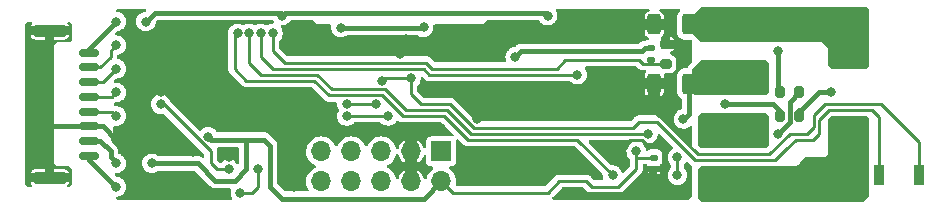
<source format=gtl>
%TF.GenerationSoftware,KiCad,Pcbnew,(6.0.5)*%
%TF.CreationDate,2022-06-23T16:37:56+12:00*%
%TF.ProjectId,OpenEFCS_electronics,4f70656e-4546-4435-935f-656c65637472,rev?*%
%TF.SameCoordinates,Original*%
%TF.FileFunction,Copper,L1,Top*%
%TF.FilePolarity,Positive*%
%FSLAX46Y46*%
G04 Gerber Fmt 4.6, Leading zero omitted, Abs format (unit mm)*
G04 Created by KiCad (PCBNEW (6.0.5)) date 2022-06-23 16:37:56*
%MOMM*%
%LPD*%
G01*
G04 APERTURE LIST*
G04 Aperture macros list*
%AMRoundRect*
0 Rectangle with rounded corners*
0 $1 Rounding radius*
0 $2 $3 $4 $5 $6 $7 $8 $9 X,Y pos of 4 corners*
0 Add a 4 corners polygon primitive as box body*
4,1,4,$2,$3,$4,$5,$6,$7,$8,$9,$2,$3,0*
0 Add four circle primitives for the rounded corners*
1,1,$1+$1,$2,$3*
1,1,$1+$1,$4,$5*
1,1,$1+$1,$6,$7*
1,1,$1+$1,$8,$9*
0 Add four rect primitives between the rounded corners*
20,1,$1+$1,$2,$3,$4,$5,0*
20,1,$1+$1,$4,$5,$6,$7,0*
20,1,$1+$1,$6,$7,$8,$9,0*
20,1,$1+$1,$8,$9,$2,$3,0*%
G04 Aperture macros list end*
%TA.AperFunction,SMDPad,CuDef*%
%ADD10RoundRect,0.200000X0.275000X-0.200000X0.275000X0.200000X-0.275000X0.200000X-0.275000X-0.200000X0*%
%TD*%
%TA.AperFunction,SMDPad,CuDef*%
%ADD11RoundRect,0.200000X0.200000X0.275000X-0.200000X0.275000X-0.200000X-0.275000X0.200000X-0.275000X0*%
%TD*%
%TA.AperFunction,SMDPad,CuDef*%
%ADD12RoundRect,0.250000X-0.312500X-0.625000X0.312500X-0.625000X0.312500X0.625000X-0.312500X0.625000X0*%
%TD*%
%TA.AperFunction,SMDPad,CuDef*%
%ADD13RoundRect,0.250000X-0.250000X-0.750000X0.250000X-0.750000X0.250000X0.750000X-0.250000X0.750000X0*%
%TD*%
%TA.AperFunction,SMDPad,CuDef*%
%ADD14R,3.300000X2.500000*%
%TD*%
%TA.AperFunction,SMDPad,CuDef*%
%ADD15R,0.900000X1.700000*%
%TD*%
%TA.AperFunction,SMDPad,CuDef*%
%ADD16RoundRect,0.150000X0.700000X-0.150000X0.700000X0.150000X-0.700000X0.150000X-0.700000X-0.150000X0*%
%TD*%
%TA.AperFunction,SMDPad,CuDef*%
%ADD17RoundRect,0.250000X1.150000X-0.250000X1.150000X0.250000X-1.150000X0.250000X-1.150000X-0.250000X0*%
%TD*%
%TA.AperFunction,SMDPad,CuDef*%
%ADD18RoundRect,0.140000X-0.170000X0.140000X-0.170000X-0.140000X0.170000X-0.140000X0.170000X0.140000X0*%
%TD*%
%TA.AperFunction,SMDPad,CuDef*%
%ADD19RoundRect,0.250000X0.312500X0.625000X-0.312500X0.625000X-0.312500X-0.625000X0.312500X-0.625000X0*%
%TD*%
%TA.AperFunction,ComponentPad*%
%ADD20R,1.700000X1.700000*%
%TD*%
%TA.AperFunction,ComponentPad*%
%ADD21O,1.700000X1.700000*%
%TD*%
%TA.AperFunction,SMDPad,CuDef*%
%ADD22RoundRect,0.135000X0.185000X-0.135000X0.185000X0.135000X-0.185000X0.135000X-0.185000X-0.135000X0*%
%TD*%
%TA.AperFunction,ViaPad*%
%ADD23C,0.800000*%
%TD*%
%TA.AperFunction,Conductor*%
%ADD24C,0.400000*%
%TD*%
%TA.AperFunction,Conductor*%
%ADD25C,0.250000*%
%TD*%
G04 APERTURE END LIST*
D10*
%TO.P,TH1,1*%
%TO.N,/NTC*%
X92500000Y-96075000D03*
%TO.P,TH1,2*%
%TO.N,GNDREF*%
X92500000Y-94425000D03*
%TD*%
D11*
%TO.P,R13,1*%
%TO.N,Net-(Q2-Pad4)*%
X103825000Y-100500000D03*
%TO.P,R13,2*%
%TO.N,/HB_HIGH*%
X102175000Y-100500000D03*
%TD*%
D12*
%TO.P,TJ2,1*%
%TO.N,GNDREF*%
X91537500Y-97750000D03*
%TO.P,TJ2,2*%
%TO.N,/M+*%
X94462500Y-97750000D03*
%TD*%
D13*
%TO.P,J4,1,Pin_1*%
%TO.N,/ISENSE_RAW*%
X100000000Y-101750000D03*
%TD*%
D14*
%TO.P,TVS1,1,K*%
%TO.N,+15V*%
X108000000Y-95100000D03*
%TO.P,TVS1,2,A*%
%TO.N,GNDPWR*%
X108000000Y-101900000D03*
%TD*%
D15*
%TO.P,SW1,1,A*%
%TO.N,GNDREF*%
X113950000Y-105500000D03*
%TO.P,SW1,2,B*%
%TO.N,/DECOCK*%
X110550000Y-105500000D03*
%TD*%
D16*
%TO.P,J7,1,Pin_1*%
%TO.N,/Tracer-*%
X43700000Y-103875000D03*
%TO.P,J7,2,Pin_2*%
%TO.N,+3V3*%
X43700000Y-102625000D03*
%TO.P,J7,3,Pin_3*%
%TO.N,GNDREF*%
X43700000Y-101375000D03*
%TO.P,J7,4,Pin_4*%
%TO.N,/AIN1*%
X43700000Y-100125000D03*
%TO.P,J7,5,Pin_5*%
%TO.N,/AIN2*%
X43700000Y-98875000D03*
%TO.P,J7,6,Pin_6*%
%TO.N,/D1{slash}Tx2*%
X43700000Y-97625000D03*
%TO.P,J7,7,Pin_7*%
%TO.N,/D2{slash}Rx2*%
X43700000Y-96375000D03*
%TO.P,J7,8,Pin_8*%
%TO.N,+15V*%
X43700000Y-95125000D03*
D17*
%TO.P,J7,MP,MountPin*%
%TO.N,GNDREF*%
X40350000Y-105725000D03*
X40350000Y-93275000D03*
%TD*%
D11*
%TO.P,R14,1*%
%TO.N,Net-(Q3-Pad4)*%
X103825000Y-98500000D03*
%TO.P,R14,2*%
%TO.N,/HB_LOW*%
X102175000Y-98500000D03*
%TD*%
D13*
%TO.P,J2,1,Pin_1*%
%TO.N,GNDPWR*%
X100000000Y-106250000D03*
%TD*%
%TO.P,J3,1,Pin_1*%
%TO.N,/M+*%
X100000000Y-97250000D03*
%TD*%
D18*
%TO.P,C18,1*%
%TO.N,+3V3*%
X91500000Y-104020000D03*
%TO.P,C18,2*%
%TO.N,GNDREF*%
X91500000Y-104980000D03*
%TD*%
D19*
%TO.P,TJ1,1*%
%TO.N,+15V*%
X94462500Y-92750000D03*
%TO.P,TJ1,2*%
%TO.N,GNDREF*%
X91537500Y-92750000D03*
%TD*%
D13*
%TO.P,J1,1,Pin_1*%
%TO.N,+15V*%
X100000000Y-92750000D03*
%TD*%
D20*
%TO.P,J6,1,Pin_1*%
%TO.N,+3V3*%
X73500000Y-103500000D03*
D21*
%TO.P,J6,2,Pin_2*%
X73500000Y-106040000D03*
%TO.P,J6,3,Pin_3*%
%TO.N,GNDREF*%
X70960000Y-103500000D03*
%TO.P,J6,4,Pin_4*%
X70960000Y-106040000D03*
%TO.P,J6,5,Pin_5*%
%TO.N,/Tx*%
X68420000Y-103500000D03*
%TO.P,J6,6,Pin_6*%
%TO.N,/Rx*%
X68420000Y-106040000D03*
%TO.P,J6,7,Pin_7*%
%TO.N,/SWDIO*%
X65880000Y-103500000D03*
%TO.P,J6,8,Pin_8*%
%TO.N,/SWCLK*%
X65880000Y-106040000D03*
%TO.P,J6,9,Pin_9*%
%TO.N,/BOOT0*%
X63340000Y-103500000D03*
%TO.P,J6,10,Pin_10*%
%TO.N,/RESET*%
X63340000Y-106040000D03*
%TD*%
D22*
%TO.P,R17,1*%
%TO.N,/NTC*%
X91250000Y-95760000D03*
%TO.P,R17,2*%
%TO.N,+3V3*%
X91250000Y-94740000D03*
%TD*%
D23*
%TO.N,+15V*%
X100750000Y-91750000D03*
X97750000Y-92750000D03*
X98750000Y-91750000D03*
X99750000Y-91750000D03*
X100750000Y-93750000D03*
X97750000Y-93750000D03*
X100750000Y-92750000D03*
X98750000Y-92750000D03*
X98750000Y-93750000D03*
X99750000Y-92750000D03*
X96750000Y-91750000D03*
X82500000Y-92000000D03*
X60000000Y-92000000D03*
X96750000Y-92750000D03*
X46000000Y-92500000D03*
X95750000Y-93750000D03*
X96750000Y-93750000D03*
X48500000Y-92500000D03*
X97750000Y-91750000D03*
X99750000Y-93750000D03*
X95750000Y-91750000D03*
X95750000Y-92750000D03*
%TO.N,/M+*%
X98750000Y-97250000D03*
X97750000Y-98250000D03*
X95750000Y-98250000D03*
X94000000Y-100750000D03*
X95750000Y-96250000D03*
X99750000Y-96250000D03*
X96750000Y-97250000D03*
X97750000Y-97250000D03*
X100750000Y-98250000D03*
X99750000Y-98250000D03*
X97750000Y-96250000D03*
X98750000Y-98250000D03*
X96750000Y-96250000D03*
X100750000Y-97250000D03*
X99750000Y-97250000D03*
X96750000Y-98250000D03*
X98750000Y-96250000D03*
X95750000Y-97250000D03*
X100750000Y-96250000D03*
%TO.N,+3V3*%
X53762059Y-102237461D03*
X46000000Y-104500000D03*
X72000000Y-93000000D03*
X79750000Y-95500000D03*
X90000000Y-103500000D03*
X65000000Y-93010000D03*
X49000000Y-104500000D03*
%TO.N,/LED1*%
X68000000Y-99500000D03*
X65500000Y-99500000D03*
%TO.N,/ISENSE_RAW*%
X93500000Y-105500000D03*
X100750000Y-100750000D03*
X98750000Y-100750000D03*
X93487701Y-103987701D03*
X100750000Y-101750000D03*
X99750000Y-100750000D03*
X97750000Y-100750000D03*
X97750000Y-102750000D03*
X100750000Y-102750000D03*
X95750000Y-100750000D03*
X96750000Y-101750000D03*
X99750000Y-102750000D03*
X98750000Y-102750000D03*
X99750000Y-101750000D03*
X95750000Y-101750000D03*
X97750000Y-101750000D03*
X98750000Y-101750000D03*
X96750000Y-102750000D03*
X95750000Y-102750000D03*
X96750000Y-100750000D03*
%TO.N,/AIN1*%
X46000000Y-100500000D03*
%TO.N,/AIN2*%
X46000000Y-98500000D03*
%TO.N,/Tracer-*%
X46000000Y-106500000D03*
%TO.N,/RESET*%
X55500000Y-105000000D03*
X49750000Y-99500000D03*
%TO.N,/ISENSE_BRAKE_LP*%
X57250000Y-93500000D03*
X91000000Y-102000000D03*
%TO.N,/HB_HIGH*%
X97500000Y-99500000D03*
%TO.N,/HB_LOW*%
X102000000Y-95000000D03*
%TO.N,/Tracer*%
X58000000Y-105000000D03*
X56487701Y-107012299D03*
%TO.N,/ISENSE_RUN_LP*%
X88000000Y-105500000D03*
X56250000Y-93500000D03*
%TO.N,/D1{slash}Tx2*%
X46000000Y-96500000D03*
%TO.N,/D2{slash}Rx2*%
X46000000Y-94500000D03*
%TO.N,GNDPWR*%
X95750000Y-105250000D03*
X99750000Y-105250000D03*
X100750000Y-107250000D03*
X98750000Y-107250000D03*
X99750000Y-107250000D03*
X97750000Y-106250000D03*
X96750000Y-106250000D03*
X96750000Y-105250000D03*
X98750000Y-105250000D03*
X97750000Y-107250000D03*
X95750000Y-107250000D03*
X96750000Y-107250000D03*
X95750000Y-106250000D03*
X97750000Y-105250000D03*
X100750000Y-105250000D03*
X99750000Y-106250000D03*
X100750000Y-106250000D03*
X98750000Y-106250000D03*
%TO.N,GNDREF*%
X89250000Y-99000000D03*
X70500000Y-94000000D03*
X49750000Y-98500000D03*
X55500000Y-104000000D03*
X50000000Y-93500000D03*
X61000000Y-106500000D03*
X73500000Y-101500000D03*
X89000000Y-103000000D03*
X70500000Y-101500000D03*
X52487701Y-103512299D03*
X76525049Y-100750451D03*
X53050000Y-106950000D03*
X90000000Y-106500000D03*
X92000000Y-106000000D03*
X84500000Y-107000000D03*
X52000000Y-93500000D03*
X77500000Y-105500000D03*
X70000000Y-95275500D03*
X81000000Y-93000000D03*
X54000000Y-93500000D03*
X89250000Y-92750000D03*
X46000000Y-102500000D03*
X63000000Y-94000000D03*
X48500000Y-101500000D03*
%TO.N,/DECOCK*%
X65500000Y-100500000D03*
X70926088Y-97323912D03*
X69000000Y-100500000D03*
X68500000Y-97500000D03*
%TO.N,/NTC*%
X59250000Y-93500000D03*
%TO.N,/PWMMOT*%
X58250000Y-93500000D03*
X85000000Y-97000000D03*
%TO.N,Net-(Q2-Pad4)*%
X106500000Y-98500000D03*
%TO.N,Net-(Q3-Pad4)*%
X101987701Y-101987701D03*
%TD*%
D24*
%TO.N,+15V*%
X48500000Y-92500000D02*
X49250000Y-91750000D01*
X82250000Y-91750000D02*
X60250000Y-91750000D01*
X59750000Y-91750000D02*
X60000000Y-92000000D01*
X49250000Y-91750000D02*
X59750000Y-91750000D01*
X43700000Y-94800000D02*
X46000000Y-92500000D01*
X60250000Y-91750000D02*
X60000000Y-92000000D01*
X43700000Y-95125000D02*
X43700000Y-94800000D01*
X82500000Y-92000000D02*
X82250000Y-91750000D01*
%TO.N,/M+*%
X94462500Y-100287500D02*
X94462500Y-97750000D01*
X94000000Y-100750000D02*
X94462500Y-100287500D01*
%TO.N,+3V3*%
X49000000Y-104500000D02*
X52875000Y-104500000D01*
D25*
X82500000Y-107000000D02*
X74460000Y-107000000D01*
D24*
X58500000Y-102500000D02*
X59000000Y-103000000D01*
D25*
X88500000Y-106500000D02*
X86262307Y-106500000D01*
D24*
X60000000Y-107500000D02*
X72040000Y-107500000D01*
D25*
X90000000Y-105000000D02*
X88500000Y-106500000D01*
D24*
X65000000Y-93010000D02*
X71990000Y-93010000D01*
X90760000Y-94740000D02*
X90500000Y-95000000D01*
X45500000Y-104000000D02*
X46000000Y-104500000D01*
X54375000Y-106000000D02*
X56000000Y-106000000D01*
X59000000Y-103000000D02*
X59000000Y-106500000D01*
X56000000Y-106000000D02*
X57000000Y-105000000D01*
X72040000Y-107500000D02*
X73500000Y-106040000D01*
X53762059Y-102237461D02*
X54024598Y-102500000D01*
X44625000Y-102625000D02*
X45500000Y-103500000D01*
X57000000Y-105000000D02*
X57000000Y-102500000D01*
X45500000Y-103500000D02*
X45500000Y-104000000D01*
D25*
X86262307Y-106500000D02*
X85762307Y-106000000D01*
X90000000Y-103500000D02*
X90000000Y-104000000D01*
D24*
X91250000Y-94740000D02*
X90760000Y-94740000D01*
X80250000Y-95000000D02*
X79750000Y-95500000D01*
X43700000Y-102625000D02*
X44625000Y-102625000D01*
D25*
X74460000Y-107000000D02*
X73500000Y-106040000D01*
D24*
X71990000Y-93010000D02*
X72000000Y-93000000D01*
X90500000Y-95000000D02*
X80250000Y-95000000D01*
X54024598Y-102500000D02*
X58500000Y-102500000D01*
D25*
X90020000Y-104020000D02*
X91500000Y-104020000D01*
X90000000Y-103500000D02*
X90000000Y-105000000D01*
D24*
X59000000Y-106500000D02*
X60000000Y-107500000D01*
D25*
X90000000Y-104000000D02*
X90020000Y-104020000D01*
X85762307Y-106000000D02*
X83500000Y-106000000D01*
D24*
X52875000Y-104500000D02*
X54375000Y-106000000D01*
D25*
X83500000Y-106000000D02*
X82500000Y-107000000D01*
%TO.N,/LED1*%
X65500000Y-99500000D02*
X68000000Y-99500000D01*
%TO.N,/ISENSE_RAW*%
X93487701Y-105487701D02*
X93487701Y-103987701D01*
X93500000Y-105500000D02*
X93487701Y-105487701D01*
%TO.N,/AIN1*%
X45625000Y-100125000D02*
X46000000Y-100500000D01*
X43700000Y-100125000D02*
X45625000Y-100125000D01*
%TO.N,/AIN2*%
X45625000Y-98875000D02*
X46000000Y-98500000D01*
X43700000Y-98875000D02*
X45625000Y-98875000D01*
D24*
%TO.N,/Tracer-*%
X43700000Y-103875000D02*
X43700000Y-104200000D01*
X43700000Y-104200000D02*
X46000000Y-106500000D01*
D25*
%TO.N,/RESET*%
X50000000Y-99500000D02*
X49750000Y-99500000D01*
X55500000Y-105000000D02*
X54500000Y-105000000D01*
X54000000Y-103500000D02*
X50000000Y-99500000D01*
X54500000Y-105000000D02*
X54000000Y-104500000D01*
X54000000Y-104500000D02*
X54000000Y-103500000D01*
%TO.N,/ISENSE_BRAKE_LP*%
X64250000Y-98250000D02*
X68750000Y-98250000D01*
X57250000Y-93500000D02*
X57250000Y-96000000D01*
X74000000Y-100000000D02*
X76000000Y-102000000D01*
X76000000Y-102000000D02*
X91000000Y-102000000D01*
X63000000Y-97000000D02*
X64250000Y-98250000D01*
X57250000Y-96000000D02*
X58250000Y-97000000D01*
X70500000Y-100000000D02*
X74000000Y-100000000D01*
X58250000Y-97000000D02*
X63000000Y-97000000D01*
X68750000Y-98250000D02*
X70500000Y-100000000D01*
D24*
%TO.N,/HB_HIGH*%
X97500000Y-99500000D02*
X101587500Y-99500000D01*
X102175000Y-100087500D02*
X102175000Y-100500000D01*
X101587500Y-99500000D02*
X102175000Y-100087500D01*
%TO.N,/HB_LOW*%
X102000000Y-95000000D02*
X102000000Y-98325000D01*
X102000000Y-98325000D02*
X102175000Y-98500000D01*
D25*
%TO.N,/Tracer*%
X58000000Y-105000000D02*
X58000000Y-106500000D01*
X57487701Y-107012299D02*
X56487701Y-107012299D01*
X58000000Y-106500000D02*
X57487701Y-107012299D01*
%TO.N,/ISENSE_RUN_LP*%
X73750000Y-100500000D02*
X70250000Y-100500000D01*
X56000000Y-93750000D02*
X56250000Y-93500000D01*
X75750000Y-102500000D02*
X73750000Y-100500000D01*
X62750000Y-97500000D02*
X57000000Y-97500000D01*
X57000000Y-97500000D02*
X56000000Y-96500000D01*
X56000000Y-96500000D02*
X56000000Y-93750000D01*
X64000000Y-98750000D02*
X62750000Y-97500000D01*
X88000000Y-105500000D02*
X85000000Y-102500000D01*
X68500000Y-98750000D02*
X64000000Y-98750000D01*
X70250000Y-100500000D02*
X68500000Y-98750000D01*
X85000000Y-102500000D02*
X75750000Y-102500000D01*
%TO.N,/D1{slash}Tx2*%
X43700000Y-97625000D02*
X44875000Y-97625000D01*
X44875000Y-97625000D02*
X46000000Y-96500000D01*
%TO.N,/D2{slash}Rx2*%
X44625000Y-96375000D02*
X45500000Y-95500000D01*
X45500000Y-95500000D02*
X45500000Y-95000000D01*
X43700000Y-96375000D02*
X44625000Y-96375000D01*
X45500000Y-95000000D02*
X46000000Y-94500000D01*
%TO.N,GNDREF*%
X90500000Y-106500000D02*
X91000000Y-106000000D01*
X90975386Y-103000000D02*
X90475386Y-102500000D01*
X104500000Y-102000000D02*
X105050480Y-101449520D01*
X89500000Y-102500000D02*
X89000000Y-103000000D01*
X92000000Y-106000000D02*
X91000000Y-106000000D01*
X106000000Y-99500000D02*
X110750000Y-99500000D01*
X105050480Y-101449520D02*
X105050480Y-100449520D01*
D24*
X44875000Y-101375000D02*
X46000000Y-102500000D01*
D25*
X90000000Y-106500000D02*
X90500000Y-106500000D01*
X103000000Y-102000000D02*
X104500000Y-102000000D01*
X92250000Y-103000000D02*
X90975386Y-103000000D01*
X89500000Y-107000000D02*
X90000000Y-106500000D01*
X105050480Y-100449520D02*
X106000000Y-99500000D01*
X101250000Y-103750000D02*
X103000000Y-102000000D01*
X91537500Y-100037500D02*
X95250000Y-103750000D01*
X84500000Y-107000000D02*
X89500000Y-107000000D01*
X92500000Y-104500000D02*
X92500000Y-103250000D01*
X95250000Y-103750000D02*
X101250000Y-103750000D01*
X92020000Y-104980000D02*
X92500000Y-104500000D01*
X91000000Y-106000000D02*
X91000000Y-105480000D01*
X91500000Y-104980000D02*
X92020000Y-104980000D01*
D24*
X43700000Y-101375000D02*
X40125000Y-101375000D01*
D25*
X91537500Y-97750000D02*
X91537500Y-100037500D01*
X113950000Y-102700000D02*
X113950000Y-105500000D01*
X91000000Y-105480000D02*
X91500000Y-104980000D01*
X92500000Y-103250000D02*
X92250000Y-103000000D01*
X110750000Y-99500000D02*
X113950000Y-102700000D01*
D24*
X43700000Y-101375000D02*
X44875000Y-101375000D01*
D25*
X90475386Y-102500000D02*
X89500000Y-102500000D01*
%TO.N,/DECOCK*%
X74250000Y-99500000D02*
X76250000Y-101500000D01*
X102710177Y-103272599D02*
X102729068Y-103270932D01*
X105500000Y-100850978D02*
X106350978Y-100000000D01*
X101732776Y-104250000D02*
X102710177Y-103272599D01*
X105500000Y-102000000D02*
X105500000Y-100850978D01*
X91750000Y-101000000D02*
X95000000Y-104250000D01*
X76250000Y-101500000D02*
X89750000Y-101500000D01*
X105000000Y-102500000D02*
X105500000Y-102000000D01*
X70926088Y-98676088D02*
X71750000Y-99500000D01*
X110000000Y-100000000D02*
X110550000Y-100550000D01*
X70926088Y-97323912D02*
X70926088Y-98676088D01*
X95000000Y-104250000D02*
X101732776Y-104250000D01*
X89750000Y-101500000D02*
X90250000Y-101000000D01*
X102729068Y-103270932D02*
X103500000Y-102500000D01*
X90250000Y-101000000D02*
X91750000Y-101000000D01*
X69000000Y-100500000D02*
X65500000Y-100500000D01*
X110550000Y-100550000D02*
X110550000Y-105500000D01*
X103500000Y-102500000D02*
X105000000Y-102500000D01*
X68676088Y-97323912D02*
X68500000Y-97500000D01*
X106350978Y-100000000D02*
X110000000Y-100000000D01*
X70926088Y-97323912D02*
X68676088Y-97323912D01*
X71750000Y-99500000D02*
X74250000Y-99500000D01*
%TO.N,/NTC*%
X59250000Y-93500000D02*
X59250000Y-95000000D01*
X72750000Y-96500000D02*
X83259245Y-96500000D01*
X90250000Y-95760000D02*
X84000000Y-95760000D01*
X83259245Y-96500000D02*
X84000000Y-95759245D01*
X59250000Y-95000000D02*
X60250000Y-96000000D01*
X91575000Y-96075000D02*
X90565000Y-96075000D01*
X90565000Y-96075000D02*
X90250000Y-95760000D01*
X92500000Y-96075000D02*
X91575000Y-96075000D01*
X60250000Y-96000000D02*
X72250000Y-96000000D01*
X91250000Y-95760000D02*
X91250000Y-96075000D01*
X72250000Y-96000000D02*
X72750000Y-96500000D01*
%TO.N,/PWMMOT*%
X59250000Y-96500000D02*
X72000000Y-96500000D01*
X72000000Y-96500000D02*
X72500000Y-97000000D01*
X72500000Y-97000000D02*
X85000000Y-97000000D01*
X58250000Y-93500000D02*
X58250000Y-95500000D01*
X58250000Y-95500000D02*
X59250000Y-96500000D01*
D24*
%TO.N,Net-(Q2-Pad4)*%
X105500000Y-98500000D02*
X106500000Y-98500000D01*
X103825000Y-100000000D02*
X104000000Y-100000000D01*
X104000000Y-100000000D02*
X105500000Y-98500000D01*
%TO.N,Net-(Q3-Pad4)*%
X102012299Y-101987701D02*
X103000000Y-101000000D01*
X101987701Y-101987701D02*
X102012299Y-101987701D01*
X103000000Y-101000000D02*
X103000000Y-99325000D01*
X103000000Y-99325000D02*
X103825000Y-98500000D01*
%TD*%
%TA.AperFunction,Conductor*%
%TO.N,/ISENSE_RAW*%
G36*
X101017183Y-100268907D02*
G01*
X101028996Y-100278996D01*
X101221004Y-100471004D01*
X101248781Y-100525521D01*
X101250000Y-100541008D01*
X101250000Y-102958992D01*
X101231093Y-103017183D01*
X101221004Y-103028996D01*
X101028996Y-103221004D01*
X100974479Y-103248781D01*
X100958992Y-103250000D01*
X95541008Y-103250000D01*
X95482817Y-103231093D01*
X95471004Y-103221004D01*
X95278996Y-103028996D01*
X95251219Y-102974479D01*
X95250000Y-102958992D01*
X95250000Y-100541008D01*
X95268907Y-100482817D01*
X95278996Y-100471004D01*
X95471004Y-100278996D01*
X95525521Y-100251219D01*
X95541008Y-100250000D01*
X100958992Y-100250000D01*
X101017183Y-100268907D01*
G37*
%TD.AperFunction*%
%TD*%
%TA.AperFunction,Conductor*%
%TO.N,GNDPWR*%
G36*
X109517183Y-100518907D02*
G01*
X109528996Y-100528996D01*
X109721004Y-100721004D01*
X109748781Y-100775521D01*
X109750000Y-100791008D01*
X109750000Y-107208992D01*
X109731093Y-107267183D01*
X109721004Y-107278996D01*
X109278996Y-107721004D01*
X109224479Y-107748781D01*
X109208992Y-107750000D01*
X95541008Y-107750000D01*
X95482817Y-107731093D01*
X95471004Y-107721004D01*
X95278996Y-107528996D01*
X95251219Y-107474479D01*
X95250000Y-107458992D01*
X95250000Y-105041008D01*
X95268907Y-104982817D01*
X95278996Y-104971004D01*
X95471004Y-104778996D01*
X95525521Y-104751219D01*
X95541008Y-104750000D01*
X103121334Y-104750000D01*
X103134427Y-104750870D01*
X103233993Y-104764155D01*
X103239499Y-104763654D01*
X103239501Y-104763654D01*
X103385063Y-104750407D01*
X103394035Y-104750000D01*
X103500000Y-104750000D01*
X103532666Y-104717334D01*
X103561320Y-104697494D01*
X103565745Y-104696056D01*
X103570497Y-104693223D01*
X103570502Y-104693221D01*
X103676133Y-104630252D01*
X103712109Y-104608806D01*
X103835505Y-104491297D01*
X103929801Y-104349370D01*
X103940133Y-104322171D01*
X103962677Y-104287323D01*
X104221004Y-104028996D01*
X104275521Y-104001219D01*
X104291008Y-104000000D01*
X106000000Y-104000000D01*
X106250000Y-103750000D01*
X106250000Y-100791008D01*
X106268907Y-100732817D01*
X106278996Y-100721004D01*
X106471004Y-100528996D01*
X106525521Y-100501219D01*
X106541008Y-100500000D01*
X109458992Y-100500000D01*
X109517183Y-100518907D01*
G37*
%TD.AperFunction*%
%TD*%
%TA.AperFunction,Conductor*%
%TO.N,GNDREF*%
G36*
X38814741Y-92520817D02*
G01*
X38854337Y-92575317D01*
X38854337Y-92642683D01*
X38837895Y-92674370D01*
X38761572Y-92776208D01*
X38754192Y-92789688D01*
X38728270Y-92858835D01*
X38727752Y-92870465D01*
X38740719Y-92875000D01*
X41960528Y-92875000D01*
X41971598Y-92871403D01*
X41971293Y-92857669D01*
X41945808Y-92789688D01*
X41938428Y-92776208D01*
X41862105Y-92674370D01*
X41840340Y-92610617D01*
X41860204Y-92546247D01*
X41914111Y-92505846D01*
X41949328Y-92500000D01*
X41954850Y-92500000D01*
X42018919Y-92520817D01*
X42031925Y-92531925D01*
X42218075Y-92718075D01*
X42248658Y-92778099D01*
X42250000Y-92795150D01*
X42250000Y-93954850D01*
X42229183Y-94018919D01*
X42218075Y-94031925D01*
X42031925Y-94218075D01*
X41971901Y-94248658D01*
X41954850Y-94250000D01*
X41000000Y-94250000D01*
X40750000Y-94500000D01*
X40750000Y-104500000D01*
X41000000Y-104750000D01*
X41954850Y-104750000D01*
X42018919Y-104770817D01*
X42031925Y-104781925D01*
X42218075Y-104968075D01*
X42248658Y-105028099D01*
X42250000Y-105045150D01*
X42250000Y-106204850D01*
X42229183Y-106268919D01*
X42218075Y-106281925D01*
X42031925Y-106468075D01*
X41971901Y-106498658D01*
X41954850Y-106500000D01*
X41949328Y-106500000D01*
X41885259Y-106479183D01*
X41845663Y-106424683D01*
X41845663Y-106357317D01*
X41862105Y-106325630D01*
X41938428Y-106223792D01*
X41945808Y-106210312D01*
X41971730Y-106141165D01*
X41972248Y-106129535D01*
X41959281Y-106125000D01*
X38739472Y-106125000D01*
X38728402Y-106128597D01*
X38728707Y-106142331D01*
X38754192Y-106210312D01*
X38761572Y-106223792D01*
X38837895Y-106325630D01*
X38859660Y-106389383D01*
X38839796Y-106453753D01*
X38785889Y-106494154D01*
X38750672Y-106500000D01*
X38545150Y-106500000D01*
X38481081Y-106479183D01*
X38468075Y-106468075D01*
X38281925Y-106281925D01*
X38251342Y-106221901D01*
X38250000Y-106204850D01*
X38250000Y-105320465D01*
X38727752Y-105320465D01*
X38740719Y-105325000D01*
X39932738Y-105325000D01*
X39946703Y-105320462D01*
X39950000Y-105315924D01*
X39950000Y-105307738D01*
X40750000Y-105307738D01*
X40754538Y-105321703D01*
X40759076Y-105325000D01*
X41960528Y-105325000D01*
X41971598Y-105321403D01*
X41971293Y-105307669D01*
X41945808Y-105239688D01*
X41938428Y-105226208D01*
X41861847Y-105124026D01*
X41850974Y-105113153D01*
X41748792Y-105036572D01*
X41735312Y-105029192D01*
X41614870Y-104984040D01*
X41601677Y-104980904D01*
X41550266Y-104975319D01*
X41544385Y-104975000D01*
X40767262Y-104975000D01*
X40753297Y-104979538D01*
X40750000Y-104984076D01*
X40750000Y-105307738D01*
X39950000Y-105307738D01*
X39950000Y-104992262D01*
X39945462Y-104978297D01*
X39940924Y-104975000D01*
X39155615Y-104975000D01*
X39149734Y-104975319D01*
X39098323Y-104980904D01*
X39085130Y-104984040D01*
X38964688Y-105029192D01*
X38951208Y-105036572D01*
X38849026Y-105113153D01*
X38838153Y-105124026D01*
X38761572Y-105226208D01*
X38754192Y-105239688D01*
X38728270Y-105308835D01*
X38727752Y-105320465D01*
X38250000Y-105320465D01*
X38250000Y-93678597D01*
X38728402Y-93678597D01*
X38728707Y-93692331D01*
X38754192Y-93760312D01*
X38761572Y-93773792D01*
X38838153Y-93875974D01*
X38849026Y-93886847D01*
X38951208Y-93963428D01*
X38964688Y-93970808D01*
X39085130Y-94015960D01*
X39098323Y-94019096D01*
X39149734Y-94024681D01*
X39155615Y-94025000D01*
X39932738Y-94025000D01*
X39946703Y-94020462D01*
X39950000Y-94015924D01*
X39950000Y-94007738D01*
X40750000Y-94007738D01*
X40754538Y-94021703D01*
X40759076Y-94025000D01*
X41544385Y-94025000D01*
X41550266Y-94024681D01*
X41601677Y-94019096D01*
X41614870Y-94015960D01*
X41735312Y-93970808D01*
X41748792Y-93963428D01*
X41850974Y-93886847D01*
X41861847Y-93875974D01*
X41938428Y-93773792D01*
X41945808Y-93760312D01*
X41971730Y-93691165D01*
X41972248Y-93679535D01*
X41959281Y-93675000D01*
X40767262Y-93675000D01*
X40753297Y-93679538D01*
X40750000Y-93684076D01*
X40750000Y-94007738D01*
X39950000Y-94007738D01*
X39950000Y-93692262D01*
X39945462Y-93678297D01*
X39940924Y-93675000D01*
X38739472Y-93675000D01*
X38728402Y-93678597D01*
X38250000Y-93678597D01*
X38250000Y-92795150D01*
X38270817Y-92731081D01*
X38281925Y-92718075D01*
X38468075Y-92531925D01*
X38528099Y-92501342D01*
X38545150Y-92500000D01*
X38750672Y-92500000D01*
X38814741Y-92520817D01*
G37*
%TD.AperFunction*%
%TD*%
%TA.AperFunction,Conductor*%
%TO.N,+15V*%
G36*
X109517183Y-91268907D02*
G01*
X109528996Y-91278996D01*
X109721004Y-91471004D01*
X109748781Y-91525521D01*
X109750000Y-91541008D01*
X109750000Y-96208992D01*
X109731093Y-96267183D01*
X109721004Y-96278996D01*
X109528996Y-96471004D01*
X109474479Y-96498781D01*
X109458992Y-96500000D01*
X106541008Y-96500000D01*
X106482817Y-96481093D01*
X106471004Y-96471004D01*
X106278996Y-96278996D01*
X106251219Y-96224479D01*
X106250000Y-96208992D01*
X106250000Y-94750000D01*
X105750000Y-94250000D01*
X103381182Y-94250000D01*
X103369460Y-94249304D01*
X103260832Y-94236351D01*
X103260829Y-94236351D01*
X103255336Y-94235696D01*
X103132376Y-94248619D01*
X103124397Y-94249458D01*
X103114049Y-94250000D01*
X95541008Y-94250000D01*
X95482817Y-94231093D01*
X95471004Y-94221004D01*
X94778996Y-93528996D01*
X94751219Y-93474479D01*
X94750000Y-93458992D01*
X94750000Y-92041008D01*
X94768907Y-91982817D01*
X94778996Y-91971004D01*
X95471004Y-91278996D01*
X95525521Y-91251219D01*
X95541008Y-91250000D01*
X109458992Y-91250000D01*
X109517183Y-91268907D01*
G37*
%TD.AperFunction*%
%TD*%
%TA.AperFunction,Conductor*%
%TO.N,/M+*%
G36*
X101017183Y-95768907D02*
G01*
X101028996Y-95778996D01*
X101221004Y-95971004D01*
X101248781Y-96025521D01*
X101250000Y-96041008D01*
X101250000Y-98458992D01*
X101231093Y-98517183D01*
X101221004Y-98528996D01*
X101028996Y-98721004D01*
X100974479Y-98748781D01*
X100958992Y-98750000D01*
X95041008Y-98750000D01*
X94982817Y-98731093D01*
X94971004Y-98721004D01*
X94778996Y-98528996D01*
X94751219Y-98474479D01*
X94750000Y-98458992D01*
X94750000Y-96541008D01*
X94768907Y-96482817D01*
X94778996Y-96471004D01*
X95471004Y-95778996D01*
X95525521Y-95751219D01*
X95541008Y-95750000D01*
X100958992Y-95750000D01*
X101017183Y-95768907D01*
G37*
%TD.AperFunction*%
%TD*%
%TA.AperFunction,Conductor*%
%TO.N,GNDREF*%
G36*
X48479024Y-91439391D02*
G01*
X48522934Y-91490066D01*
X48532477Y-91556435D01*
X48504622Y-91617428D01*
X48498834Y-91623646D01*
X48471182Y-91651298D01*
X48412331Y-91683432D01*
X48399475Y-91685500D01*
X48329316Y-91692874D01*
X48329315Y-91692874D01*
X48322695Y-91693570D01*
X48148437Y-91752892D01*
X48142773Y-91756377D01*
X48142772Y-91756377D01*
X47997317Y-91845861D01*
X47997314Y-91845863D01*
X47991653Y-91849346D01*
X47986902Y-91853998D01*
X47986900Y-91854000D01*
X47949777Y-91890354D01*
X47860135Y-91978138D01*
X47856529Y-91983734D01*
X47856527Y-91983736D01*
X47764023Y-92127274D01*
X47760418Y-92132868D01*
X47697460Y-92305845D01*
X47674388Y-92488472D01*
X47692351Y-92671671D01*
X47694449Y-92677979D01*
X47694450Y-92677982D01*
X47724042Y-92766939D01*
X47750455Y-92846338D01*
X47753899Y-92852025D01*
X47753901Y-92852029D01*
X47807814Y-92941048D01*
X47845813Y-93003792D01*
X47850433Y-93008576D01*
X47965058Y-93127274D01*
X47973684Y-93136207D01*
X48127714Y-93237001D01*
X48197067Y-93262793D01*
X48294016Y-93298848D01*
X48294018Y-93298849D01*
X48300247Y-93301165D01*
X48482708Y-93325511D01*
X48489334Y-93324908D01*
X48489335Y-93324908D01*
X48558952Y-93318572D01*
X48666028Y-93308827D01*
X48686904Y-93302044D01*
X48834776Y-93253998D01*
X48834778Y-93253997D01*
X48841097Y-93251944D01*
X48999213Y-93157688D01*
X49014396Y-93143230D01*
X49127698Y-93035334D01*
X49132517Y-93030745D01*
X49234384Y-92877422D01*
X49299751Y-92705341D01*
X49308531Y-92642868D01*
X49315071Y-92596337D01*
X49342732Y-92535256D01*
X49348767Y-92528753D01*
X49472166Y-92405354D01*
X49531017Y-92373220D01*
X49556312Y-92370500D01*
X59198036Y-92370500D01*
X59262372Y-92389391D01*
X59299823Y-92427854D01*
X59331809Y-92480668D01*
X59340387Y-92494833D01*
X59357556Y-92559650D01*
X59336956Y-92623459D01*
X59285129Y-92666003D01*
X59251038Y-92674825D01*
X59138050Y-92686701D01*
X59079316Y-92692874D01*
X59079315Y-92692874D01*
X59072695Y-92693570D01*
X59066391Y-92695716D01*
X58904737Y-92750747D01*
X58904735Y-92750748D01*
X58898437Y-92752892D01*
X58892773Y-92756377D01*
X58892770Y-92756378D01*
X58812323Y-92805870D01*
X58747627Y-92823492D01*
X58686204Y-92804990D01*
X58676526Y-92798848D01*
X58611960Y-92757873D01*
X58445922Y-92698750D01*
X58444816Y-92698356D01*
X58444814Y-92698355D01*
X58438547Y-92696124D01*
X58431941Y-92695336D01*
X58431940Y-92695336D01*
X58385157Y-92689757D01*
X58255764Y-92674328D01*
X58249152Y-92675023D01*
X58249148Y-92675023D01*
X58079316Y-92692874D01*
X58079315Y-92692874D01*
X58072695Y-92693570D01*
X58066391Y-92695716D01*
X57904737Y-92750747D01*
X57904735Y-92750748D01*
X57898437Y-92752892D01*
X57892773Y-92756377D01*
X57892770Y-92756378D01*
X57812323Y-92805870D01*
X57747627Y-92823492D01*
X57686204Y-92804990D01*
X57676526Y-92798848D01*
X57611960Y-92757873D01*
X57445922Y-92698750D01*
X57444816Y-92698356D01*
X57444814Y-92698355D01*
X57438547Y-92696124D01*
X57431941Y-92695336D01*
X57431940Y-92695336D01*
X57385157Y-92689757D01*
X57255764Y-92674328D01*
X57249152Y-92675023D01*
X57249148Y-92675023D01*
X57079316Y-92692874D01*
X57079315Y-92692874D01*
X57072695Y-92693570D01*
X57066391Y-92695716D01*
X56904737Y-92750747D01*
X56904735Y-92750748D01*
X56898437Y-92752892D01*
X56892773Y-92756377D01*
X56892770Y-92756378D01*
X56812323Y-92805870D01*
X56747627Y-92823492D01*
X56686204Y-92804990D01*
X56676526Y-92798848D01*
X56611960Y-92757873D01*
X56445922Y-92698750D01*
X56444816Y-92698356D01*
X56444814Y-92698355D01*
X56438547Y-92696124D01*
X56431941Y-92695336D01*
X56431940Y-92695336D01*
X56385157Y-92689757D01*
X56255764Y-92674328D01*
X56249152Y-92675023D01*
X56249148Y-92675023D01*
X56079316Y-92692874D01*
X56079315Y-92692874D01*
X56072695Y-92693570D01*
X55898437Y-92752892D01*
X55892773Y-92756377D01*
X55892772Y-92756377D01*
X55747317Y-92845861D01*
X55747314Y-92845863D01*
X55741653Y-92849346D01*
X55736902Y-92853998D01*
X55736900Y-92854000D01*
X55708037Y-92882265D01*
X55610135Y-92978138D01*
X55606529Y-92983734D01*
X55606527Y-92983736D01*
X55514023Y-93127274D01*
X55510418Y-93132868D01*
X55447460Y-93305845D01*
X55424388Y-93488472D01*
X55442351Y-93671671D01*
X55444450Y-93677980D01*
X55444450Y-93677981D01*
X55447409Y-93686876D01*
X55452840Y-93736873D01*
X55450868Y-93755642D01*
X55449643Y-93767296D01*
X55450996Y-93775295D01*
X55450996Y-93775296D01*
X55452833Y-93786156D01*
X55454500Y-93806002D01*
X55454500Y-96485249D01*
X55454396Y-96490231D01*
X55451815Y-96551819D01*
X55461653Y-96593764D01*
X55461724Y-96594066D01*
X55463767Y-96605088D01*
X55469655Y-96648075D01*
X55472878Y-96655522D01*
X55472878Y-96655523D01*
X55475779Y-96662227D01*
X55482420Y-96682309D01*
X55484011Y-96689092D01*
X55485943Y-96697328D01*
X55489850Y-96704435D01*
X55489852Y-96704440D01*
X55506851Y-96735362D01*
X55511782Y-96745426D01*
X55529012Y-96785241D01*
X55534118Y-96791546D01*
X55534119Y-96791548D01*
X55538715Y-96797223D01*
X55550517Y-96814786D01*
X55557945Y-96828298D01*
X55562018Y-96833017D01*
X55562020Y-96833020D01*
X55563010Y-96834167D01*
X55564886Y-96836340D01*
X55589425Y-96860879D01*
X55597759Y-96870136D01*
X55623069Y-96901391D01*
X55638664Y-96912474D01*
X55653868Y-96925322D01*
X56603859Y-97875313D01*
X56607308Y-97878910D01*
X56649016Y-97924267D01*
X56685891Y-97947130D01*
X56695130Y-97953480D01*
X56729695Y-97979716D01*
X56742811Y-97984909D01*
X56744033Y-97985393D01*
X56762932Y-97994899D01*
X56769140Y-97998748D01*
X56769143Y-97998749D01*
X56776039Y-98003025D01*
X56807701Y-98012224D01*
X56817710Y-98015132D01*
X56828315Y-98018763D01*
X56868657Y-98034735D01*
X56876720Y-98035582D01*
X56876722Y-98035583D01*
X56883994Y-98036347D01*
X56904754Y-98040420D01*
X56913575Y-98042983D01*
X56913578Y-98042984D01*
X56919562Y-98044722D01*
X56925777Y-98045178D01*
X56925780Y-98045179D01*
X56926741Y-98045249D01*
X56930156Y-98045500D01*
X56964849Y-98045500D01*
X56977285Y-98046152D01*
X57017296Y-98050357D01*
X57025295Y-98049004D01*
X57025296Y-98049004D01*
X57036156Y-98047167D01*
X57056002Y-98045500D01*
X62474754Y-98045500D01*
X62539090Y-98064391D01*
X62558900Y-98080354D01*
X63603848Y-99125301D01*
X63607297Y-99128898D01*
X63649016Y-99174267D01*
X63673183Y-99189251D01*
X63685900Y-99197136D01*
X63695129Y-99203479D01*
X63729694Y-99229715D01*
X63744030Y-99235391D01*
X63762926Y-99244894D01*
X63776039Y-99253025D01*
X63783832Y-99255289D01*
X63783834Y-99255290D01*
X63817712Y-99265132D01*
X63828298Y-99268755D01*
X63868657Y-99284735D01*
X63883635Y-99286309D01*
X63883994Y-99286347D01*
X63904754Y-99290420D01*
X63913575Y-99292983D01*
X63913578Y-99292984D01*
X63919562Y-99294722D01*
X63925777Y-99295178D01*
X63925780Y-99295179D01*
X63926741Y-99295249D01*
X63930156Y-99295500D01*
X63964849Y-99295500D01*
X63977285Y-99296152D01*
X64017296Y-99300357D01*
X64025295Y-99299004D01*
X64025296Y-99299004D01*
X64036156Y-99297167D01*
X64056002Y-99295500D01*
X64563787Y-99295500D01*
X64628123Y-99314391D01*
X64672033Y-99365066D01*
X64681849Y-99429415D01*
X64674388Y-99488472D01*
X64692351Y-99671671D01*
X64694449Y-99677979D01*
X64694450Y-99677982D01*
X64722212Y-99761436D01*
X64750455Y-99846338D01*
X64753899Y-99852025D01*
X64753902Y-99852031D01*
X64806221Y-99938420D01*
X64823391Y-100003237D01*
X64804462Y-100064526D01*
X64760418Y-100132868D01*
X64697460Y-100305845D01*
X64696627Y-100312439D01*
X64678582Y-100455278D01*
X64674388Y-100488472D01*
X64692351Y-100671671D01*
X64694449Y-100677979D01*
X64694450Y-100677982D01*
X64731484Y-100789308D01*
X64750455Y-100846338D01*
X64753899Y-100852025D01*
X64753901Y-100852029D01*
X64800238Y-100928539D01*
X64845813Y-101003792D01*
X64973684Y-101136207D01*
X65127714Y-101237001D01*
X65173418Y-101253998D01*
X65294016Y-101298848D01*
X65294018Y-101298849D01*
X65300247Y-101301165D01*
X65482708Y-101325511D01*
X65489334Y-101324908D01*
X65489335Y-101324908D01*
X65551669Y-101319235D01*
X65666028Y-101308827D01*
X65686904Y-101302044D01*
X65834776Y-101253998D01*
X65834778Y-101253997D01*
X65841097Y-101251944D01*
X65999213Y-101157688D01*
X66082555Y-101078323D01*
X66142173Y-101047636D01*
X66164619Y-101045500D01*
X68335577Y-101045500D01*
X68399913Y-101064391D01*
X68421179Y-101081836D01*
X68473684Y-101136207D01*
X68627714Y-101237001D01*
X68673418Y-101253998D01*
X68794016Y-101298848D01*
X68794018Y-101298849D01*
X68800247Y-101301165D01*
X68982708Y-101325511D01*
X68989334Y-101324908D01*
X68989335Y-101324908D01*
X69051669Y-101319235D01*
X69166028Y-101308827D01*
X69186904Y-101302044D01*
X69334776Y-101253998D01*
X69334778Y-101253997D01*
X69341097Y-101251944D01*
X69499213Y-101157688D01*
X69632517Y-101030745D01*
X69684981Y-100951780D01*
X69701385Y-100927090D01*
X69752723Y-100883956D01*
X69819230Y-100875426D01*
X69879792Y-100904206D01*
X69888098Y-100912394D01*
X69899016Y-100924267D01*
X69935903Y-100947138D01*
X69945125Y-100953476D01*
X69979694Y-100979716D01*
X69987239Y-100982703D01*
X69987240Y-100982704D01*
X69994034Y-100985394D01*
X70012934Y-100994900D01*
X70019142Y-100998749D01*
X70026039Y-101003025D01*
X70033829Y-101005288D01*
X70033831Y-101005289D01*
X70067706Y-101015130D01*
X70078302Y-101018757D01*
X70118657Y-101034735D01*
X70133635Y-101036309D01*
X70133994Y-101036347D01*
X70154754Y-101040420D01*
X70163575Y-101042983D01*
X70163578Y-101042984D01*
X70169562Y-101044722D01*
X70175777Y-101045178D01*
X70175780Y-101045179D01*
X70176741Y-101045249D01*
X70180156Y-101045500D01*
X70214849Y-101045500D01*
X70227285Y-101046152D01*
X70267296Y-101050357D01*
X70275295Y-101049004D01*
X70275296Y-101049004D01*
X70286156Y-101047167D01*
X70306002Y-101045500D01*
X73474754Y-101045500D01*
X73539090Y-101064391D01*
X73558900Y-101080354D01*
X74437240Y-101958693D01*
X74510225Y-102031678D01*
X74542359Y-102090529D01*
X74537576Y-102157410D01*
X74497393Y-102211088D01*
X74434568Y-102234521D01*
X74407465Y-102233359D01*
X74387715Y-102230231D01*
X74387710Y-102230231D01*
X74383097Y-102229500D01*
X73500095Y-102229500D01*
X72616904Y-102229501D01*
X72612290Y-102230232D01*
X72612286Y-102230232D01*
X72527687Y-102243630D01*
X72527686Y-102243630D01*
X72518438Y-102245095D01*
X72399755Y-102305567D01*
X72305567Y-102399755D01*
X72301317Y-102408096D01*
X72268297Y-102472902D01*
X72245095Y-102518438D01*
X72229500Y-102616903D01*
X72229500Y-103088223D01*
X72210609Y-103152559D01*
X72159934Y-103196469D01*
X72093565Y-103206012D01*
X72032572Y-103178157D01*
X71995967Y-103120522D01*
X71992818Y-103109356D01*
X71988923Y-103099210D01*
X71904335Y-102927679D01*
X71898661Y-102918420D01*
X71784227Y-102765175D01*
X71776953Y-102757097D01*
X71636519Y-102627281D01*
X71627890Y-102620659D01*
X71469683Y-102520839D01*
X71462632Y-102520174D01*
X71460000Y-102524745D01*
X71460000Y-104463716D01*
X71463753Y-104476497D01*
X71465705Y-104476778D01*
X71469569Y-104475469D01*
X71580954Y-104413090D01*
X71589913Y-104406932D01*
X71736949Y-104284644D01*
X71744644Y-104276949D01*
X71866932Y-104129913D01*
X71873090Y-104120954D01*
X71966539Y-103954089D01*
X71970960Y-103944160D01*
X71997816Y-103865045D01*
X72036385Y-103810195D01*
X72098485Y-103784904D01*
X72164400Y-103797202D01*
X72213202Y-103843184D01*
X72229501Y-103903295D01*
X72229501Y-104383096D01*
X72230232Y-104387710D01*
X72230232Y-104387714D01*
X72242917Y-104467812D01*
X72245095Y-104481562D01*
X72305567Y-104600245D01*
X72399755Y-104694433D01*
X72408096Y-104698683D01*
X72510094Y-104750654D01*
X72510097Y-104750655D01*
X72518438Y-104754905D01*
X72616903Y-104770500D01*
X72720566Y-104770500D01*
X72784902Y-104789391D01*
X72828812Y-104840066D01*
X72838355Y-104906435D01*
X72810500Y-104967428D01*
X72788824Y-104986977D01*
X72680219Y-105063023D01*
X72523023Y-105220219D01*
X72520047Y-105224470D01*
X72520043Y-105224474D01*
X72427617Y-105356473D01*
X72395512Y-105402324D01*
X72301560Y-105603804D01*
X72300218Y-105608813D01*
X72300216Y-105608818D01*
X72256889Y-105770516D01*
X72221990Y-105827771D01*
X72161677Y-105857068D01*
X72095099Y-105849108D01*
X72043394Y-105806416D01*
X72027412Y-105772017D01*
X71992820Y-105649362D01*
X71988923Y-105639210D01*
X71904335Y-105467679D01*
X71898661Y-105458420D01*
X71784227Y-105305175D01*
X71776953Y-105297097D01*
X71636519Y-105167281D01*
X71627890Y-105160659D01*
X71469683Y-105060839D01*
X71462632Y-105060174D01*
X71460000Y-105064745D01*
X71460000Y-106421000D01*
X71441109Y-106485336D01*
X71390434Y-106529246D01*
X71341000Y-106540000D01*
X70579000Y-106540000D01*
X70514664Y-106521109D01*
X70470754Y-106470434D01*
X70460000Y-106421000D01*
X70460000Y-105074536D01*
X70456247Y-105061755D01*
X70455113Y-105061592D01*
X70449894Y-105063436D01*
X70315351Y-105143481D01*
X70306571Y-105149859D01*
X70162770Y-105275970D01*
X70155292Y-105283851D01*
X70036889Y-105434044D01*
X70030967Y-105443164D01*
X69941922Y-105612410D01*
X69937758Y-105622463D01*
X69891096Y-105772740D01*
X69853977Y-105828581D01*
X69792561Y-105855489D01*
X69726346Y-105844921D01*
X69676357Y-105800232D01*
X69662504Y-105768252D01*
X69619784Y-105608818D01*
X69619782Y-105608813D01*
X69618440Y-105603804D01*
X69524488Y-105402324D01*
X69492383Y-105356473D01*
X69399957Y-105224474D01*
X69399953Y-105224470D01*
X69396977Y-105220219D01*
X69239781Y-105063023D01*
X69098139Y-104963844D01*
X69061932Y-104938491D01*
X69061929Y-104938489D01*
X69057677Y-104935512D01*
X69052972Y-104933318D01*
X69052967Y-104933315D01*
X68934023Y-104877851D01*
X68883698Y-104833540D01*
X68865318Y-104769056D01*
X68884718Y-104704872D01*
X68934023Y-104662149D01*
X69052967Y-104606685D01*
X69052973Y-104606681D01*
X69057677Y-104604488D01*
X69061929Y-104601511D01*
X69061932Y-104601509D01*
X69158360Y-104533989D01*
X69239781Y-104476977D01*
X69396977Y-104319781D01*
X69399953Y-104315530D01*
X69399957Y-104315526D01*
X69521508Y-104141932D01*
X69521508Y-104141931D01*
X69524488Y-104137676D01*
X69618440Y-103936196D01*
X69619784Y-103931182D01*
X69619785Y-103931179D01*
X69661567Y-103775245D01*
X69663330Y-103768665D01*
X69698228Y-103711410D01*
X69758541Y-103682112D01*
X69825119Y-103690072D01*
X69876825Y-103732764D01*
X69893613Y-103770171D01*
X69917309Y-103863471D01*
X69920937Y-103873718D01*
X70001002Y-104047393D01*
X70006444Y-104056819D01*
X70116820Y-104212998D01*
X70123877Y-104221260D01*
X70260872Y-104354714D01*
X70269320Y-104361555D01*
X70428344Y-104467812D01*
X70437887Y-104472994D01*
X70444281Y-104475741D01*
X70457502Y-104477337D01*
X70460000Y-104473250D01*
X70460000Y-102534536D01*
X70456247Y-102521755D01*
X70455113Y-102521592D01*
X70449894Y-102523436D01*
X70315351Y-102603481D01*
X70306571Y-102609859D01*
X70162770Y-102735970D01*
X70155292Y-102743851D01*
X70036889Y-102894044D01*
X70030967Y-102903164D01*
X69941922Y-103072410D01*
X69937758Y-103082463D01*
X69891096Y-103232740D01*
X69853977Y-103288581D01*
X69792561Y-103315489D01*
X69726346Y-103304921D01*
X69676357Y-103260232D01*
X69662504Y-103228252D01*
X69619784Y-103068818D01*
X69619782Y-103068813D01*
X69618440Y-103063804D01*
X69524488Y-102862324D01*
X69520415Y-102856507D01*
X69399957Y-102684474D01*
X69399953Y-102684470D01*
X69396977Y-102680219D01*
X69239781Y-102523023D01*
X69142537Y-102454932D01*
X69061932Y-102398491D01*
X69061929Y-102398489D01*
X69057677Y-102395512D01*
X68856196Y-102301560D01*
X68851187Y-102300218D01*
X68851182Y-102300216D01*
X68646479Y-102245366D01*
X68641463Y-102244022D01*
X68636291Y-102243570D01*
X68636288Y-102243569D01*
X68425178Y-102225100D01*
X68420000Y-102224647D01*
X68414822Y-102225100D01*
X68203712Y-102243569D01*
X68203709Y-102243570D01*
X68198537Y-102244022D01*
X68193521Y-102245366D01*
X67988818Y-102300216D01*
X67988813Y-102300218D01*
X67983804Y-102301560D01*
X67782324Y-102395512D01*
X67778070Y-102398491D01*
X67778068Y-102398492D01*
X67604474Y-102520043D01*
X67604473Y-102520044D01*
X67600219Y-102523023D01*
X67443023Y-102680219D01*
X67440047Y-102684470D01*
X67440043Y-102684474D01*
X67319585Y-102856507D01*
X67315512Y-102862324D01*
X67313318Y-102867029D01*
X67257851Y-102985978D01*
X67213540Y-103036302D01*
X67149056Y-103054682D01*
X67084871Y-103035282D01*
X67042149Y-102985978D01*
X66986682Y-102867029D01*
X66984488Y-102862324D01*
X66980415Y-102856507D01*
X66859957Y-102684474D01*
X66859953Y-102684470D01*
X66856977Y-102680219D01*
X66699781Y-102523023D01*
X66602537Y-102454932D01*
X66521932Y-102398491D01*
X66521929Y-102398489D01*
X66517677Y-102395512D01*
X66316196Y-102301560D01*
X66311187Y-102300218D01*
X66311182Y-102300216D01*
X66106479Y-102245366D01*
X66101463Y-102244022D01*
X66096291Y-102243570D01*
X66096288Y-102243569D01*
X65885178Y-102225100D01*
X65880000Y-102224647D01*
X65874822Y-102225100D01*
X65663712Y-102243569D01*
X65663709Y-102243570D01*
X65658537Y-102244022D01*
X65653521Y-102245366D01*
X65448818Y-102300216D01*
X65448813Y-102300218D01*
X65443804Y-102301560D01*
X65242324Y-102395512D01*
X65238070Y-102398491D01*
X65238068Y-102398492D01*
X65064474Y-102520043D01*
X65064473Y-102520044D01*
X65060219Y-102523023D01*
X64903023Y-102680219D01*
X64900047Y-102684470D01*
X64900043Y-102684474D01*
X64779585Y-102856507D01*
X64775512Y-102862324D01*
X64773318Y-102867029D01*
X64717851Y-102985978D01*
X64673540Y-103036302D01*
X64609056Y-103054682D01*
X64544871Y-103035282D01*
X64502149Y-102985978D01*
X64446682Y-102867029D01*
X64444488Y-102862324D01*
X64440415Y-102856507D01*
X64319957Y-102684474D01*
X64319953Y-102684470D01*
X64316977Y-102680219D01*
X64159781Y-102523023D01*
X64062537Y-102454932D01*
X63981932Y-102398491D01*
X63981929Y-102398489D01*
X63977677Y-102395512D01*
X63776196Y-102301560D01*
X63771187Y-102300218D01*
X63771182Y-102300216D01*
X63566479Y-102245366D01*
X63561463Y-102244022D01*
X63556291Y-102243570D01*
X63556288Y-102243569D01*
X63345178Y-102225100D01*
X63340000Y-102224647D01*
X63334822Y-102225100D01*
X63123712Y-102243569D01*
X63123709Y-102243570D01*
X63118537Y-102244022D01*
X63113521Y-102245366D01*
X62908818Y-102300216D01*
X62908813Y-102300218D01*
X62903804Y-102301560D01*
X62702324Y-102395512D01*
X62698070Y-102398491D01*
X62698068Y-102398492D01*
X62524474Y-102520043D01*
X62524473Y-102520044D01*
X62520219Y-102523023D01*
X62363023Y-102680219D01*
X62360047Y-102684470D01*
X62360043Y-102684474D01*
X62239585Y-102856507D01*
X62235512Y-102862324D01*
X62141560Y-103063804D01*
X62140218Y-103068813D01*
X62140216Y-103068818D01*
X62097496Y-103228252D01*
X62084022Y-103278537D01*
X62083570Y-103283709D01*
X62083569Y-103283712D01*
X62072876Y-103405934D01*
X62064647Y-103500000D01*
X62065100Y-103505178D01*
X62081366Y-103691099D01*
X62084022Y-103721463D01*
X62085366Y-103726477D01*
X62085366Y-103726479D01*
X62140216Y-103931179D01*
X62141560Y-103936196D01*
X62235512Y-104137676D01*
X62238492Y-104141931D01*
X62238492Y-104141932D01*
X62360043Y-104315526D01*
X62360047Y-104315530D01*
X62363023Y-104319781D01*
X62520219Y-104476977D01*
X62601640Y-104533989D01*
X62698068Y-104601509D01*
X62698071Y-104601511D01*
X62702323Y-104604488D01*
X62707027Y-104606681D01*
X62707033Y-104606685D01*
X62825977Y-104662149D01*
X62876302Y-104706460D01*
X62894682Y-104770944D01*
X62875282Y-104835128D01*
X62825978Y-104877851D01*
X62702324Y-104935512D01*
X62698070Y-104938491D01*
X62698068Y-104938492D01*
X62524474Y-105060043D01*
X62524473Y-105060044D01*
X62520219Y-105063023D01*
X62363023Y-105220219D01*
X62360047Y-105224470D01*
X62360043Y-105224474D01*
X62267617Y-105356473D01*
X62235512Y-105402324D01*
X62141560Y-105603804D01*
X62140218Y-105608813D01*
X62140216Y-105608818D01*
X62088927Y-105800232D01*
X62084022Y-105818537D01*
X62083570Y-105823709D01*
X62083569Y-105823712D01*
X62079415Y-105871199D01*
X62064647Y-106040000D01*
X62065100Y-106045178D01*
X62082085Y-106239319D01*
X62084022Y-106261463D01*
X62085365Y-106266476D01*
X62085366Y-106266479D01*
X62140216Y-106471179D01*
X62141560Y-106476196D01*
X62235512Y-106677676D01*
X62238489Y-106681928D01*
X62238491Y-106681931D01*
X62245714Y-106692246D01*
X62267140Y-106755783D01*
X62250815Y-106820817D01*
X62201921Y-106866701D01*
X62148234Y-106879500D01*
X60306311Y-106879500D01*
X60241975Y-106860609D01*
X60222165Y-106844646D01*
X59655354Y-106277834D01*
X59623220Y-106218983D01*
X59620500Y-106193688D01*
X59620500Y-103077307D01*
X59621026Y-103066151D01*
X59622656Y-103058859D01*
X59622347Y-103049004D01*
X59620559Y-102992126D01*
X59620500Y-102988388D01*
X59620500Y-102960959D01*
X59620032Y-102957251D01*
X59620031Y-102957241D01*
X59619977Y-102956811D01*
X59619099Y-102945649D01*
X59617967Y-102909644D01*
X59617732Y-102902161D01*
X59612101Y-102882779D01*
X59608313Y-102864489D01*
X59605783Y-102844461D01*
X59589759Y-102803990D01*
X59586131Y-102793392D01*
X59585328Y-102790626D01*
X59573993Y-102751611D01*
X59563712Y-102734227D01*
X59555504Y-102717473D01*
X59548070Y-102698696D01*
X59535530Y-102681435D01*
X59522494Y-102663493D01*
X59516340Y-102654125D01*
X59505743Y-102636207D01*
X59494188Y-102616668D01*
X59479910Y-102602390D01*
X59467783Y-102588190D01*
X59460321Y-102577919D01*
X59460319Y-102577917D01*
X59455920Y-102571862D01*
X59450153Y-102567091D01*
X59450151Y-102567089D01*
X59422399Y-102544131D01*
X59414106Y-102536586D01*
X58993419Y-102115899D01*
X58985906Y-102107642D01*
X58981904Y-102101335D01*
X58976449Y-102096212D01*
X58976447Y-102096210D01*
X58933246Y-102055642D01*
X58930561Y-102053041D01*
X58911154Y-102033634D01*
X58908213Y-102031353D01*
X58908199Y-102031340D01*
X58907854Y-102031073D01*
X58899349Y-102023809D01*
X58867620Y-101994015D01*
X58849928Y-101984289D01*
X58834323Y-101974038D01*
X58824288Y-101966254D01*
X58818371Y-101961664D01*
X58778419Y-101944375D01*
X58768378Y-101939456D01*
X58730237Y-101918488D01*
X58710675Y-101913465D01*
X58693019Y-101907420D01*
X58674490Y-101899402D01*
X58667101Y-101898232D01*
X58667099Y-101898231D01*
X58631514Y-101892595D01*
X58620540Y-101890323D01*
X58578387Y-101879500D01*
X58558199Y-101879500D01*
X58539585Y-101878035D01*
X58519645Y-101874877D01*
X58512196Y-101875581D01*
X58512194Y-101875581D01*
X58476322Y-101878972D01*
X58465124Y-101879500D01*
X57069905Y-101879500D01*
X57047606Y-101877392D01*
X57047363Y-101877346D01*
X57039271Y-101875802D01*
X57031800Y-101876272D01*
X57031799Y-101876272D01*
X56984228Y-101879265D01*
X56976756Y-101879500D01*
X54571914Y-101879500D01*
X54507578Y-101860609D01*
X54470996Y-101823561D01*
X54412670Y-101730220D01*
X54412669Y-101730219D01*
X54409148Y-101724584D01*
X54279441Y-101593968D01*
X54262666Y-101583322D01*
X54129634Y-101498897D01*
X54129631Y-101498896D01*
X54124019Y-101495334D01*
X54107127Y-101489319D01*
X53956875Y-101435817D01*
X53956873Y-101435816D01*
X53950606Y-101433585D01*
X53944000Y-101432797D01*
X53943999Y-101432797D01*
X53897216Y-101427218D01*
X53767823Y-101411789D01*
X53761211Y-101412484D01*
X53761207Y-101412484D01*
X53591375Y-101430335D01*
X53591374Y-101430335D01*
X53584754Y-101431031D01*
X53410496Y-101490353D01*
X53404832Y-101493838D01*
X53404831Y-101493838D01*
X53259376Y-101583322D01*
X53259373Y-101583324D01*
X53253712Y-101586807D01*
X53138053Y-101700069D01*
X53078869Y-101731586D01*
X53012042Y-101726102D01*
X52970647Y-101699193D01*
X50556627Y-99285174D01*
X50528392Y-99240164D01*
X50526730Y-99235390D01*
X50494636Y-99143230D01*
X50436322Y-99049908D01*
X50400611Y-98992759D01*
X50400610Y-98992758D01*
X50397089Y-98987123D01*
X50366923Y-98956745D01*
X50312007Y-98901445D01*
X50267382Y-98856507D01*
X50232549Y-98834401D01*
X50117575Y-98761436D01*
X50117572Y-98761435D01*
X50111960Y-98757873D01*
X50097972Y-98752892D01*
X49944816Y-98698356D01*
X49944814Y-98698355D01*
X49938547Y-98696124D01*
X49931941Y-98695336D01*
X49931940Y-98695336D01*
X49885157Y-98689757D01*
X49755764Y-98674328D01*
X49749152Y-98675023D01*
X49749148Y-98675023D01*
X49579316Y-98692874D01*
X49579315Y-98692874D01*
X49572695Y-98693570D01*
X49398437Y-98752892D01*
X49392773Y-98756377D01*
X49392772Y-98756377D01*
X49247317Y-98845861D01*
X49247314Y-98845863D01*
X49241653Y-98849346D01*
X49236902Y-98853998D01*
X49236900Y-98854000D01*
X49207322Y-98882965D01*
X49110135Y-98978138D01*
X49106529Y-98983734D01*
X49106527Y-98983736D01*
X49015295Y-99125301D01*
X49010418Y-99132868D01*
X48947460Y-99305845D01*
X48924388Y-99488472D01*
X48942351Y-99671671D01*
X48944449Y-99677979D01*
X48944450Y-99677982D01*
X48972212Y-99761436D01*
X49000455Y-99846338D01*
X49003899Y-99852025D01*
X49003901Y-99852029D01*
X49009473Y-99861229D01*
X49095813Y-100003792D01*
X49100433Y-100008576D01*
X49184723Y-100095861D01*
X49223684Y-100136207D01*
X49377714Y-100237001D01*
X49434795Y-100258229D01*
X49544016Y-100298848D01*
X49544018Y-100298849D01*
X49550247Y-100301165D01*
X49732708Y-100325511D01*
X49739334Y-100324908D01*
X49739335Y-100324908D01*
X49801669Y-100319235D01*
X49916028Y-100308827D01*
X49938258Y-100301604D01*
X50005283Y-100299688D01*
X50059179Y-100330633D01*
X53419646Y-103691099D01*
X53451780Y-103749950D01*
X53454500Y-103775245D01*
X53454500Y-103917991D01*
X53435609Y-103982327D01*
X53384934Y-104026237D01*
X53318565Y-104035780D01*
X53254041Y-104004740D01*
X53242620Y-103994015D01*
X53224928Y-103984289D01*
X53209323Y-103974038D01*
X53199288Y-103966254D01*
X53193371Y-103961664D01*
X53153419Y-103944375D01*
X53143378Y-103939456D01*
X53105237Y-103918488D01*
X53085675Y-103913465D01*
X53068019Y-103907420D01*
X53049490Y-103899402D01*
X53042101Y-103898232D01*
X53042099Y-103898231D01*
X53006514Y-103892595D01*
X52995540Y-103890323D01*
X52953387Y-103879500D01*
X52933199Y-103879500D01*
X52914585Y-103878035D01*
X52894645Y-103874877D01*
X52887196Y-103875581D01*
X52887194Y-103875581D01*
X52851322Y-103878972D01*
X52840124Y-103879500D01*
X49586702Y-103879500D01*
X49522366Y-103860609D01*
X49519169Y-103858306D01*
X49517382Y-103856507D01*
X49504694Y-103848455D01*
X49367575Y-103761436D01*
X49367572Y-103761435D01*
X49361960Y-103757873D01*
X49347972Y-103752892D01*
X49194816Y-103698356D01*
X49194814Y-103698355D01*
X49188547Y-103696124D01*
X49181941Y-103695336D01*
X49181940Y-103695336D01*
X49120502Y-103688010D01*
X49005764Y-103674328D01*
X48999152Y-103675023D01*
X48999148Y-103675023D01*
X48829316Y-103692874D01*
X48829315Y-103692874D01*
X48822695Y-103693570D01*
X48648437Y-103752892D01*
X48642773Y-103756377D01*
X48642772Y-103756377D01*
X48497317Y-103845861D01*
X48497314Y-103845863D01*
X48491653Y-103849346D01*
X48486902Y-103853998D01*
X48486900Y-103854000D01*
X48436561Y-103903296D01*
X48360135Y-103978138D01*
X48356529Y-103983734D01*
X48356527Y-103983736D01*
X48284548Y-104095426D01*
X48260418Y-104132868D01*
X48197460Y-104305845D01*
X48196627Y-104312439D01*
X48177516Y-104463716D01*
X48174388Y-104488472D01*
X48192351Y-104671671D01*
X48194449Y-104677979D01*
X48194450Y-104677982D01*
X48224984Y-104769769D01*
X48250455Y-104846338D01*
X48253899Y-104852025D01*
X48253901Y-104852029D01*
X48303130Y-104933315D01*
X48345813Y-105003792D01*
X48400260Y-105060174D01*
X48465058Y-105127274D01*
X48473684Y-105136207D01*
X48479248Y-105139848D01*
X48494886Y-105150081D01*
X48627714Y-105237001D01*
X48728018Y-105274304D01*
X48794016Y-105298848D01*
X48794018Y-105298849D01*
X48800247Y-105301165D01*
X48982708Y-105325511D01*
X48989334Y-105324908D01*
X48989335Y-105324908D01*
X49051669Y-105319235D01*
X49166028Y-105308827D01*
X49186904Y-105302044D01*
X49334776Y-105253998D01*
X49334778Y-105253997D01*
X49341097Y-105251944D01*
X49499213Y-105157688D01*
X49504030Y-105153100D01*
X49509331Y-105149077D01*
X49510093Y-105150081D01*
X49563419Y-105122635D01*
X49585861Y-105120500D01*
X52568688Y-105120500D01*
X52633024Y-105139391D01*
X52652834Y-105155354D01*
X53881581Y-106384101D01*
X53889094Y-106392358D01*
X53893096Y-106398665D01*
X53898551Y-106403788D01*
X53898553Y-106403790D01*
X53941754Y-106444358D01*
X53944439Y-106446959D01*
X53963846Y-106466366D01*
X53966787Y-106468647D01*
X53966801Y-106468660D01*
X53967146Y-106468927D01*
X53975651Y-106476191D01*
X54007380Y-106505985D01*
X54025072Y-106515711D01*
X54040677Y-106525962D01*
X54056629Y-106538336D01*
X54096581Y-106555625D01*
X54106622Y-106560544D01*
X54144763Y-106581512D01*
X54164325Y-106586535D01*
X54181981Y-106592580D01*
X54200510Y-106600598D01*
X54207899Y-106601768D01*
X54207901Y-106601769D01*
X54243486Y-106607405D01*
X54254460Y-106609677D01*
X54296613Y-106620500D01*
X54316801Y-106620500D01*
X54335415Y-106621965D01*
X54355355Y-106625123D01*
X54362803Y-106624419D01*
X54362805Y-106624419D01*
X54398675Y-106621028D01*
X54409874Y-106620500D01*
X55587147Y-106620500D01*
X55651483Y-106639391D01*
X55695393Y-106690066D01*
X55704936Y-106756435D01*
X55698971Y-106780199D01*
X55688149Y-106809934D01*
X55685161Y-106818144D01*
X55662089Y-107000771D01*
X55680052Y-107183970D01*
X55682150Y-107190278D01*
X55682151Y-107190281D01*
X55707022Y-107265044D01*
X55738156Y-107358637D01*
X55741600Y-107364324D01*
X55741602Y-107364328D01*
X55762513Y-107398855D01*
X55779683Y-107463671D01*
X55759084Y-107527481D01*
X55707257Y-107570025D01*
X55660725Y-107579500D01*
X46128792Y-107579500D01*
X46064456Y-107560609D01*
X46044646Y-107544646D01*
X46018255Y-107518255D01*
X45986121Y-107459404D01*
X45990904Y-107392523D01*
X46031087Y-107338845D01*
X46091615Y-107315599D01*
X46166028Y-107308827D01*
X46172356Y-107306771D01*
X46334776Y-107253998D01*
X46334778Y-107253997D01*
X46341097Y-107251944D01*
X46499213Y-107157688D01*
X46632517Y-107030745D01*
X46734384Y-106877422D01*
X46738457Y-106866701D01*
X46797386Y-106711566D01*
X46799751Y-106705341D01*
X46811675Y-106620500D01*
X46824849Y-106526765D01*
X46824849Y-106526759D01*
X46825370Y-106523055D01*
X46825558Y-106509591D01*
X46825640Y-106503747D01*
X46825640Y-106503742D01*
X46825692Y-106500000D01*
X46814865Y-106403471D01*
X46805915Y-106323680D01*
X46805914Y-106323676D01*
X46805173Y-106317069D01*
X46744636Y-106143230D01*
X46683366Y-106045178D01*
X46650611Y-105992759D01*
X46650610Y-105992758D01*
X46647089Y-105987123D01*
X46517382Y-105856507D01*
X46501358Y-105846338D01*
X46367575Y-105761436D01*
X46367572Y-105761435D01*
X46361960Y-105757873D01*
X46188547Y-105696124D01*
X46181939Y-105695336D01*
X46099004Y-105685446D01*
X46037357Y-105659070D01*
X46028949Y-105651429D01*
X45905609Y-105528089D01*
X45873475Y-105469238D01*
X45878258Y-105402357D01*
X45918441Y-105348679D01*
X45981123Y-105325299D01*
X45982708Y-105325511D01*
X45987289Y-105325094D01*
X45987291Y-105325094D01*
X46041761Y-105320137D01*
X46166028Y-105308827D01*
X46186904Y-105302044D01*
X46334776Y-105253998D01*
X46334778Y-105253997D01*
X46341097Y-105251944D01*
X46499213Y-105157688D01*
X46507795Y-105149516D01*
X46627698Y-105035334D01*
X46632517Y-105030745D01*
X46734384Y-104877422D01*
X46799751Y-104705341D01*
X46814372Y-104601311D01*
X46824849Y-104526765D01*
X46824849Y-104526759D01*
X46825370Y-104523055D01*
X46825692Y-104500000D01*
X46815953Y-104413171D01*
X46805915Y-104323680D01*
X46805914Y-104323676D01*
X46805173Y-104317069D01*
X46744636Y-104143230D01*
X46679531Y-104039041D01*
X46650611Y-103992759D01*
X46650610Y-103992758D01*
X46647089Y-103987123D01*
X46642327Y-103982327D01*
X46534473Y-103873718D01*
X46517382Y-103856507D01*
X46504694Y-103848455D01*
X46367575Y-103761436D01*
X46367572Y-103761435D01*
X46361960Y-103757873D01*
X46199581Y-103700053D01*
X46145310Y-103660675D01*
X46120943Y-103598207D01*
X46120500Y-103587948D01*
X46120500Y-103577307D01*
X46121026Y-103566151D01*
X46122656Y-103558859D01*
X46120559Y-103492125D01*
X46120500Y-103488388D01*
X46120500Y-103460959D01*
X46120032Y-103457251D01*
X46120031Y-103457241D01*
X46119977Y-103456811D01*
X46119099Y-103445649D01*
X46117967Y-103409644D01*
X46117732Y-103402161D01*
X46112101Y-103382779D01*
X46108313Y-103364489D01*
X46106721Y-103351888D01*
X46105783Y-103344461D01*
X46089759Y-103303990D01*
X46086131Y-103293392D01*
X46084734Y-103288581D01*
X46073993Y-103251611D01*
X46063712Y-103234227D01*
X46055504Y-103217473D01*
X46048070Y-103198696D01*
X46022494Y-103163493D01*
X46016340Y-103154125D01*
X46013613Y-103149514D01*
X45994188Y-103116668D01*
X45979910Y-103102390D01*
X45967783Y-103088190D01*
X45960321Y-103077919D01*
X45960319Y-103077917D01*
X45955920Y-103071862D01*
X45950153Y-103067091D01*
X45950151Y-103067089D01*
X45922399Y-103044131D01*
X45914106Y-103036586D01*
X45784854Y-102907334D01*
X45752720Y-102848483D01*
X45750000Y-102823188D01*
X45750000Y-101430394D01*
X45768891Y-101366058D01*
X45819566Y-101322148D01*
X45884739Y-101312439D01*
X45912644Y-101316162D01*
X45982708Y-101325511D01*
X45989334Y-101324908D01*
X45989335Y-101324908D01*
X46051669Y-101319235D01*
X46166028Y-101308827D01*
X46186904Y-101302044D01*
X46334776Y-101253998D01*
X46334778Y-101253997D01*
X46341097Y-101251944D01*
X46499213Y-101157688D01*
X46632517Y-101030745D01*
X46734384Y-100877422D01*
X46799751Y-100705341D01*
X46815424Y-100593825D01*
X46824849Y-100526765D01*
X46824849Y-100526759D01*
X46825370Y-100523055D01*
X46825559Y-100509553D01*
X46825640Y-100503747D01*
X46825640Y-100503742D01*
X46825692Y-100500000D01*
X46810649Y-100365887D01*
X46805915Y-100323680D01*
X46805914Y-100323676D01*
X46805173Y-100317069D01*
X46744636Y-100143230D01*
X46661708Y-100010518D01*
X46650611Y-99992759D01*
X46650610Y-99992758D01*
X46647089Y-99987123D01*
X46620204Y-99960049D01*
X46522071Y-99861229D01*
X46517382Y-99856507D01*
X46491411Y-99840025D01*
X46367575Y-99761436D01*
X46367572Y-99761435D01*
X46361960Y-99757873D01*
X46334427Y-99748069D01*
X46194816Y-99698356D01*
X46194814Y-99698355D01*
X46188547Y-99696124D01*
X46181941Y-99695336D01*
X46181940Y-99695336D01*
X46135157Y-99689757D01*
X46005764Y-99674328D01*
X45999152Y-99675023D01*
X45999145Y-99675023D01*
X45989206Y-99676068D01*
X45923248Y-99664005D01*
X45904822Y-99652508D01*
X45904762Y-99652463D01*
X45895306Y-99645285D01*
X45880970Y-99639609D01*
X45862073Y-99630105D01*
X45855856Y-99626250D01*
X45855855Y-99626250D01*
X45848961Y-99621975D01*
X45841171Y-99619712D01*
X45841167Y-99619710D01*
X45835797Y-99618150D01*
X45779287Y-99582059D01*
X45751260Y-99521145D01*
X45750000Y-99503876D01*
X45750000Y-99497428D01*
X45768891Y-99433092D01*
X45818739Y-99389899D01*
X45822328Y-99389057D01*
X45829442Y-99385146D01*
X45829445Y-99385145D01*
X45860362Y-99368149D01*
X45870426Y-99363218D01*
X45902798Y-99349209D01*
X45910241Y-99345988D01*
X45915520Y-99341713D01*
X45978218Y-99324912D01*
X45982708Y-99325511D01*
X45989334Y-99324908D01*
X45989337Y-99324908D01*
X46104892Y-99314391D01*
X46166028Y-99308827D01*
X46195451Y-99299267D01*
X46334776Y-99253998D01*
X46334778Y-99253997D01*
X46341097Y-99251944D01*
X46499213Y-99157688D01*
X46514396Y-99143230D01*
X46627698Y-99035334D01*
X46632517Y-99030745D01*
X46734384Y-98877422D01*
X46799751Y-98705341D01*
X46813200Y-98609646D01*
X46824849Y-98526765D01*
X46824849Y-98526759D01*
X46825370Y-98523055D01*
X46825692Y-98500000D01*
X46814570Y-98400843D01*
X46805915Y-98323680D01*
X46805914Y-98323676D01*
X46805173Y-98317069D01*
X46744636Y-98143230D01*
X46677370Y-98035583D01*
X46650611Y-97992759D01*
X46650610Y-97992758D01*
X46647089Y-97987123D01*
X46607073Y-97946826D01*
X46522071Y-97861229D01*
X46517382Y-97856507D01*
X46506098Y-97849346D01*
X46367575Y-97761436D01*
X46367572Y-97761435D01*
X46361960Y-97757873D01*
X46347972Y-97752892D01*
X46194816Y-97698356D01*
X46194814Y-97698355D01*
X46188547Y-97696124D01*
X46181941Y-97695336D01*
X46181940Y-97695336D01*
X46113676Y-97687196D01*
X46005764Y-97674328D01*
X45999152Y-97675023D01*
X45999148Y-97675023D01*
X45883337Y-97687196D01*
X45817379Y-97675134D01*
X45768412Y-97629327D01*
X45751984Y-97564318D01*
X45773311Y-97500747D01*
X45786752Y-97484702D01*
X45911802Y-97359652D01*
X45970653Y-97327518D01*
X45985162Y-97325288D01*
X46083037Y-97316380D01*
X46166028Y-97308827D01*
X46175206Y-97305845D01*
X46334776Y-97253998D01*
X46334778Y-97253997D01*
X46341097Y-97251944D01*
X46499213Y-97157688D01*
X46535730Y-97122914D01*
X46627698Y-97035334D01*
X46632517Y-97030745D01*
X46734384Y-96877422D01*
X46736922Y-96870742D01*
X46762028Y-96804649D01*
X46799751Y-96705341D01*
X46817385Y-96579870D01*
X46824849Y-96526765D01*
X46824849Y-96526759D01*
X46825370Y-96523055D01*
X46825561Y-96509415D01*
X46825640Y-96503747D01*
X46825640Y-96503742D01*
X46825692Y-96500000D01*
X46816455Y-96417648D01*
X46805915Y-96323680D01*
X46805914Y-96323676D01*
X46805173Y-96317069D01*
X46744636Y-96143230D01*
X46647089Y-95987123D01*
X46517382Y-95856507D01*
X46479320Y-95832352D01*
X46367575Y-95761436D01*
X46367572Y-95761435D01*
X46361960Y-95757873D01*
X46231900Y-95711561D01*
X46194816Y-95698356D01*
X46194814Y-95698355D01*
X46188547Y-95696124D01*
X46181941Y-95695336D01*
X46181940Y-95695336D01*
X46165896Y-95693423D01*
X46150280Y-95691561D01*
X46088633Y-95665185D01*
X46051032Y-95609668D01*
X46045559Y-95569844D01*
X46045500Y-95569844D01*
X46045500Y-95535151D01*
X46046152Y-95522712D01*
X46047004Y-95514610D01*
X46050357Y-95482704D01*
X46047167Y-95463844D01*
X46045500Y-95443998D01*
X46045500Y-95428458D01*
X46064391Y-95364122D01*
X46115066Y-95320212D01*
X46153711Y-95309948D01*
X46155632Y-95309773D01*
X46166028Y-95308827D01*
X46273071Y-95274047D01*
X46334776Y-95253998D01*
X46334778Y-95253997D01*
X46341097Y-95251944D01*
X46499213Y-95157688D01*
X46518713Y-95139119D01*
X46627698Y-95035334D01*
X46632517Y-95030745D01*
X46734384Y-94877422D01*
X46737714Y-94868657D01*
X46755019Y-94823099D01*
X46799751Y-94705341D01*
X46813768Y-94605606D01*
X46824849Y-94526765D01*
X46824849Y-94526759D01*
X46825370Y-94523055D01*
X46825692Y-94500000D01*
X46815855Y-94412302D01*
X46805915Y-94323680D01*
X46805914Y-94323676D01*
X46805173Y-94317069D01*
X46744636Y-94143230D01*
X46692344Y-94059545D01*
X46650611Y-93992759D01*
X46650610Y-93992758D01*
X46647089Y-93987123D01*
X46517382Y-93856507D01*
X46484298Y-93835511D01*
X46367575Y-93761436D01*
X46367572Y-93761435D01*
X46361960Y-93757873D01*
X46347972Y-93752892D01*
X46194816Y-93698356D01*
X46194814Y-93698355D01*
X46188547Y-93696124D01*
X46181941Y-93695336D01*
X46181940Y-93695336D01*
X46135157Y-93689757D01*
X46005764Y-93674328D01*
X45999147Y-93675024D01*
X45992495Y-93674977D01*
X45992509Y-93673029D01*
X45935896Y-93662673D01*
X45886933Y-93616863D01*
X45870509Y-93551853D01*
X45891839Y-93488284D01*
X45905276Y-93472244D01*
X46028488Y-93349032D01*
X46087339Y-93316898D01*
X46101848Y-93314668D01*
X46144469Y-93310789D01*
X46166028Y-93308827D01*
X46262840Y-93277371D01*
X46334776Y-93253998D01*
X46334778Y-93253997D01*
X46341097Y-93251944D01*
X46499213Y-93157688D01*
X46514396Y-93143230D01*
X46627698Y-93035334D01*
X46632517Y-93030745D01*
X46734384Y-92877422D01*
X46799751Y-92705341D01*
X46820612Y-92556908D01*
X46824849Y-92526765D01*
X46824849Y-92526759D01*
X46825370Y-92523055D01*
X46825692Y-92500000D01*
X46815025Y-92404905D01*
X46805915Y-92323680D01*
X46805914Y-92323676D01*
X46805173Y-92317069D01*
X46744636Y-92143230D01*
X46657477Y-92003747D01*
X46650611Y-91992759D01*
X46650610Y-91992758D01*
X46647089Y-91987123D01*
X46517382Y-91856507D01*
X46445342Y-91810789D01*
X46367575Y-91761436D01*
X46367572Y-91761435D01*
X46361960Y-91757873D01*
X46347972Y-91752892D01*
X46194816Y-91698356D01*
X46194814Y-91698355D01*
X46188547Y-91696124D01*
X46181941Y-91695336D01*
X46181940Y-91695336D01*
X46112032Y-91687000D01*
X46088205Y-91684159D01*
X46026559Y-91657783D01*
X45988958Y-91602266D01*
X45987341Y-91535233D01*
X46018150Y-91481850D01*
X46044646Y-91455354D01*
X46103497Y-91423220D01*
X46128792Y-91420500D01*
X48414688Y-91420500D01*
X48479024Y-91439391D01*
G37*
%TD.AperFunction*%
%TA.AperFunction,Conductor*%
G36*
X92015856Y-102037309D02*
G01*
X93080979Y-103102432D01*
X93113113Y-103161283D01*
X93108330Y-103228164D01*
X93068147Y-103281842D01*
X93059195Y-103287929D01*
X92979354Y-103337047D01*
X92974603Y-103341699D01*
X92974601Y-103341701D01*
X92964161Y-103351925D01*
X92847836Y-103465839D01*
X92844230Y-103471435D01*
X92844228Y-103471437D01*
X92751724Y-103614975D01*
X92748119Y-103620569D01*
X92685161Y-103793546D01*
X92662089Y-103976173D01*
X92680052Y-104159372D01*
X92682150Y-104165680D01*
X92682151Y-104165683D01*
X92728777Y-104305845D01*
X92738156Y-104334039D01*
X92741600Y-104339726D01*
X92741602Y-104339730D01*
X92770663Y-104387714D01*
X92833514Y-104491493D01*
X92838133Y-104496276D01*
X92838138Y-104496282D01*
X92908802Y-104569457D01*
X92939905Y-104628859D01*
X92942201Y-104652121D01*
X92942201Y-104847750D01*
X92923310Y-104912086D01*
X92906461Y-104932772D01*
X92904592Y-104934602D01*
X92860135Y-104978138D01*
X92856529Y-104983734D01*
X92856527Y-104983736D01*
X92768389Y-105120500D01*
X92760418Y-105132868D01*
X92697460Y-105305845D01*
X92696627Y-105312439D01*
X92678582Y-105455278D01*
X92674388Y-105488472D01*
X92692351Y-105671671D01*
X92694449Y-105677979D01*
X92694450Y-105677982D01*
X92722212Y-105761436D01*
X92750455Y-105846338D01*
X92753899Y-105852025D01*
X92753901Y-105852029D01*
X92804520Y-105935609D01*
X92845813Y-106003792D01*
X92973684Y-106136207D01*
X93127714Y-106237001D01*
X93226489Y-106273735D01*
X93294016Y-106298848D01*
X93294018Y-106298849D01*
X93300247Y-106301165D01*
X93482708Y-106325511D01*
X93489334Y-106324908D01*
X93489335Y-106324908D01*
X93559029Y-106318565D01*
X93666028Y-106308827D01*
X93686904Y-106302044D01*
X93834776Y-106253998D01*
X93834778Y-106253997D01*
X93841097Y-106251944D01*
X93999213Y-106157688D01*
X94014396Y-106143230D01*
X94127698Y-106035334D01*
X94132517Y-106030745D01*
X94234384Y-105877422D01*
X94299751Y-105705341D01*
X94315424Y-105593825D01*
X94324849Y-105526765D01*
X94324849Y-105526759D01*
X94325370Y-105523055D01*
X94325559Y-105509553D01*
X94325640Y-105503747D01*
X94325640Y-105503742D01*
X94325692Y-105500000D01*
X94314736Y-105402324D01*
X94305915Y-105323680D01*
X94305914Y-105323676D01*
X94305173Y-105317069D01*
X94244636Y-105143230D01*
X94198779Y-105069844D01*
X94150611Y-104992759D01*
X94150610Y-104992758D01*
X94147089Y-104987123D01*
X94134757Y-104974704D01*
X94067762Y-104907240D01*
X94035833Y-104848278D01*
X94033201Y-104823389D01*
X94033201Y-104652315D01*
X94052092Y-104587979D01*
X94070137Y-104566138D01*
X94115402Y-104523033D01*
X94115405Y-104523029D01*
X94120218Y-104518446D01*
X94190162Y-104413171D01*
X94241500Y-104370038D01*
X94308008Y-104361508D01*
X94373426Y-104394879D01*
X94603848Y-104625301D01*
X94607297Y-104628898D01*
X94649016Y-104674267D01*
X94684268Y-104696124D01*
X94685900Y-104697136D01*
X94695134Y-104703483D01*
X94702946Y-104709412D01*
X94742770Y-104763354D01*
X94750000Y-104804200D01*
X94750000Y-107200708D01*
X94731109Y-107265044D01*
X94715146Y-107284854D01*
X94455354Y-107544646D01*
X94396503Y-107576780D01*
X94371208Y-107579500D01*
X82984648Y-107579500D01*
X82920312Y-107560609D01*
X82876402Y-107509934D01*
X82866859Y-107443565D01*
X82897333Y-107380217D01*
X82901391Y-107376931D01*
X82912474Y-107361336D01*
X82925322Y-107346132D01*
X83691100Y-106580354D01*
X83749951Y-106548220D01*
X83775246Y-106545500D01*
X85487061Y-106545500D01*
X85551397Y-106564391D01*
X85571207Y-106580354D01*
X85866155Y-106875301D01*
X85869604Y-106878898D01*
X85911323Y-106924267D01*
X85948210Y-106947138D01*
X85957432Y-106953476D01*
X85992001Y-106979716D01*
X85999546Y-106982703D01*
X85999547Y-106982704D01*
X86006341Y-106985394D01*
X86025241Y-106994900D01*
X86038346Y-107003025D01*
X86046136Y-107005288D01*
X86046138Y-107005289D01*
X86080013Y-107015130D01*
X86090609Y-107018757D01*
X86130964Y-107034735D01*
X86145942Y-107036309D01*
X86146301Y-107036347D01*
X86167061Y-107040420D01*
X86175882Y-107042983D01*
X86175885Y-107042984D01*
X86181869Y-107044722D01*
X86188084Y-107045178D01*
X86188087Y-107045179D01*
X86189048Y-107045249D01*
X86192463Y-107045500D01*
X86227156Y-107045500D01*
X86239592Y-107046152D01*
X86279603Y-107050357D01*
X86287602Y-107049004D01*
X86287603Y-107049004D01*
X86298463Y-107047167D01*
X86318309Y-107045500D01*
X88485249Y-107045500D01*
X88490231Y-107045604D01*
X88551819Y-107048185D01*
X88594068Y-107038276D01*
X88605088Y-107036233D01*
X88648075Y-107030345D01*
X88655523Y-107027122D01*
X88662227Y-107024221D01*
X88682309Y-107017580D01*
X88689427Y-107015910D01*
X88697328Y-107014057D01*
X88704435Y-107010150D01*
X88704440Y-107010148D01*
X88735362Y-106993149D01*
X88745426Y-106988218D01*
X88754057Y-106984483D01*
X88785241Y-106970988D01*
X88797223Y-106961285D01*
X88814788Y-106949482D01*
X88828298Y-106942055D01*
X88833017Y-106937982D01*
X88833020Y-106937980D01*
X88834691Y-106936537D01*
X88836340Y-106935114D01*
X88860879Y-106910575D01*
X88870136Y-106902241D01*
X88893486Y-106883332D01*
X88901391Y-106876931D01*
X88912474Y-106861336D01*
X88925322Y-106846132D01*
X90375301Y-105396152D01*
X90378899Y-105392702D01*
X90418298Y-105356473D01*
X90418299Y-105356472D01*
X90424267Y-105350984D01*
X90447139Y-105314096D01*
X90453479Y-105304871D01*
X90479715Y-105270306D01*
X90481055Y-105266923D01*
X90967502Y-105266923D01*
X90968074Y-105268728D01*
X91006301Y-105343751D01*
X91017170Y-105358712D01*
X91091288Y-105432830D01*
X91106249Y-105443699D01*
X91199636Y-105491283D01*
X91208283Y-105494093D01*
X91216021Y-105493093D01*
X91219869Y-105480326D01*
X91780000Y-105480326D01*
X91783672Y-105492831D01*
X91792070Y-105493977D01*
X91800365Y-105491282D01*
X91893751Y-105443699D01*
X91908712Y-105432830D01*
X91982830Y-105358712D01*
X91993699Y-105343751D01*
X92028607Y-105275243D01*
X92031064Y-105262155D01*
X92028445Y-105260309D01*
X92026580Y-105260000D01*
X91797112Y-105260000D01*
X91782715Y-105264227D01*
X91781578Y-105265540D01*
X91780000Y-105272793D01*
X91780000Y-105480326D01*
X91219869Y-105480326D01*
X91220000Y-105479893D01*
X91220000Y-105277112D01*
X91215773Y-105262715D01*
X91214460Y-105261578D01*
X91207207Y-105260000D01*
X90980739Y-105260000D01*
X90967958Y-105263753D01*
X90967502Y-105266923D01*
X90481055Y-105266923D01*
X90482721Y-105262715D01*
X90485390Y-105255972D01*
X90494895Y-105237073D01*
X90498750Y-105230856D01*
X90498750Y-105230855D01*
X90503025Y-105223961D01*
X90515133Y-105182284D01*
X90518764Y-105171680D01*
X90531748Y-105138885D01*
X90534734Y-105131343D01*
X90536346Y-105116008D01*
X90540417Y-105095256D01*
X90544722Y-105080438D01*
X90545500Y-105069844D01*
X90545500Y-105035150D01*
X90546152Y-105022711D01*
X90549509Y-104990772D01*
X90550357Y-104982704D01*
X90547167Y-104963844D01*
X90545500Y-104943998D01*
X90545500Y-104684500D01*
X90564391Y-104620164D01*
X90615066Y-104576254D01*
X90664500Y-104565500D01*
X90850362Y-104565500D01*
X90914698Y-104584391D01*
X90958608Y-104635066D01*
X90965540Y-104691896D01*
X90967561Y-104696875D01*
X90971556Y-104699691D01*
X90973421Y-104700000D01*
X91149278Y-104700000D01*
X91178214Y-104703810D01*
X91183680Y-104706074D01*
X91283243Y-104719181D01*
X91289393Y-104719991D01*
X91293259Y-104720500D01*
X91499973Y-104720500D01*
X91706740Y-104720499D01*
X91710598Y-104719991D01*
X91710600Y-104719991D01*
X91745606Y-104715383D01*
X91816320Y-104706074D01*
X91821789Y-104703809D01*
X91850722Y-104700000D01*
X92019261Y-104700000D01*
X92032042Y-104696247D01*
X92032498Y-104693077D01*
X92030889Y-104688001D01*
X92029452Y-104620965D01*
X92060178Y-104567890D01*
X92063565Y-104564503D01*
X92069754Y-104559754D01*
X92159596Y-104442668D01*
X92216074Y-104306320D01*
X92230500Y-104196741D01*
X92230499Y-103843260D01*
X92219147Y-103757020D01*
X92217092Y-103741413D01*
X92216074Y-103733680D01*
X92159596Y-103597331D01*
X92069754Y-103480246D01*
X91952668Y-103390404D01*
X91816320Y-103333926D01*
X91717776Y-103320953D01*
X91710600Y-103320008D01*
X91710599Y-103320008D01*
X91706741Y-103319500D01*
X91500027Y-103319500D01*
X91293260Y-103319501D01*
X91289402Y-103320009D01*
X91289400Y-103320009D01*
X91191413Y-103332908D01*
X91183680Y-103333926D01*
X91047331Y-103390404D01*
X91041146Y-103395150D01*
X91041144Y-103395151D01*
X90999143Y-103427379D01*
X90936601Y-103451557D01*
X90870917Y-103438083D01*
X90822943Y-103391237D01*
X90808445Y-103346238D01*
X90805173Y-103317069D01*
X90744636Y-103143230D01*
X90681994Y-103042983D01*
X90650611Y-102992759D01*
X90650610Y-102992758D01*
X90647089Y-102987123D01*
X90642404Y-102982405D01*
X90638271Y-102977191D01*
X90640325Y-102975563D01*
X90614055Y-102927037D01*
X90619080Y-102860173D01*
X90659457Y-102806640D01*
X90722366Y-102783435D01*
X90771906Y-102790626D01*
X90794008Y-102798846D01*
X90794018Y-102798849D01*
X90800247Y-102801165D01*
X90982708Y-102825511D01*
X90989334Y-102824908D01*
X90989335Y-102824908D01*
X91051669Y-102819235D01*
X91166028Y-102808827D01*
X91186904Y-102802044D01*
X91334776Y-102753998D01*
X91334778Y-102753997D01*
X91341097Y-102751944D01*
X91499213Y-102657688D01*
X91535730Y-102622914D01*
X91627698Y-102535334D01*
X91632517Y-102530745D01*
X91734384Y-102377422D01*
X91799751Y-102205341D01*
X91813868Y-102104892D01*
X91841529Y-102043812D01*
X91897822Y-102007382D01*
X91964874Y-102007170D01*
X92015856Y-102037309D01*
G37*
%TD.AperFunction*%
%TA.AperFunction,Conductor*%
G36*
X74947073Y-102472902D02*
G01*
X74968320Y-102489774D01*
X75353848Y-102875301D01*
X75357298Y-102878899D01*
X75371225Y-102894044D01*
X75399016Y-102924267D01*
X75433502Y-102945649D01*
X75435900Y-102947136D01*
X75445129Y-102953479D01*
X75479694Y-102979715D01*
X75494030Y-102985391D01*
X75512926Y-102994894D01*
X75526039Y-103003025D01*
X75533832Y-103005289D01*
X75533834Y-103005290D01*
X75567712Y-103015132D01*
X75578298Y-103018755D01*
X75618657Y-103034735D01*
X75633566Y-103036302D01*
X75633994Y-103036347D01*
X75654754Y-103040420D01*
X75663575Y-103042983D01*
X75663578Y-103042984D01*
X75669562Y-103044722D01*
X75675777Y-103045178D01*
X75675780Y-103045179D01*
X75676741Y-103045249D01*
X75680156Y-103045500D01*
X75714849Y-103045500D01*
X75727285Y-103046152D01*
X75767296Y-103050357D01*
X75775295Y-103049004D01*
X75775296Y-103049004D01*
X75786156Y-103047167D01*
X75806002Y-103045500D01*
X84724754Y-103045500D01*
X84789090Y-103064391D01*
X84808900Y-103080354D01*
X87140162Y-105411615D01*
X87172296Y-105470466D01*
X87174109Y-105488499D01*
X87174388Y-105488472D01*
X87192351Y-105671671D01*
X87201228Y-105698357D01*
X87234354Y-105797938D01*
X87236737Y-105864948D01*
X87202513Y-105922609D01*
X87142548Y-105952613D01*
X87121438Y-105954500D01*
X86537552Y-105954500D01*
X86473216Y-105935609D01*
X86453406Y-105919646D01*
X86158459Y-105624699D01*
X86155009Y-105621101D01*
X86118780Y-105581702D01*
X86118779Y-105581701D01*
X86113291Y-105575733D01*
X86076403Y-105552861D01*
X86067178Y-105546521D01*
X86032613Y-105520285D01*
X86018277Y-105514609D01*
X85999380Y-105505105D01*
X85993163Y-105501250D01*
X85993162Y-105501250D01*
X85986268Y-105496975D01*
X85978475Y-105494711D01*
X85978473Y-105494710D01*
X85944595Y-105484868D01*
X85934009Y-105481245D01*
X85893650Y-105465265D01*
X85878313Y-105463653D01*
X85857553Y-105459580D01*
X85848732Y-105457017D01*
X85848729Y-105457016D01*
X85842745Y-105455278D01*
X85836530Y-105454822D01*
X85836527Y-105454821D01*
X85835566Y-105454751D01*
X85832151Y-105454500D01*
X85797458Y-105454500D01*
X85785022Y-105453848D01*
X85745011Y-105449643D01*
X85737012Y-105450996D01*
X85737011Y-105450996D01*
X85726151Y-105452833D01*
X85706305Y-105454500D01*
X83514766Y-105454500D01*
X83509783Y-105454396D01*
X83507893Y-105454317D01*
X83448181Y-105451814D01*
X83405920Y-105461726D01*
X83394902Y-105463768D01*
X83359962Y-105468554D01*
X83359961Y-105468554D01*
X83351925Y-105469655D01*
X83337776Y-105475778D01*
X83317696Y-105482419D01*
X83310570Y-105484090D01*
X83310567Y-105484091D01*
X83302672Y-105485943D01*
X83295563Y-105489851D01*
X83295558Y-105489853D01*
X83264638Y-105506851D01*
X83254574Y-105511782D01*
X83214759Y-105529012D01*
X83208454Y-105534118D01*
X83208452Y-105534119D01*
X83202777Y-105538715D01*
X83185214Y-105550517D01*
X83171702Y-105557945D01*
X83163661Y-105564886D01*
X83139131Y-105589416D01*
X83129875Y-105597750D01*
X83127425Y-105599734D01*
X83098609Y-105623069D01*
X83093911Y-105629680D01*
X83093908Y-105629683D01*
X83087526Y-105638664D01*
X83074672Y-105653875D01*
X82308901Y-106419646D01*
X82250050Y-106451780D01*
X82224755Y-106454500D01*
X74859337Y-106454500D01*
X74795001Y-106435609D01*
X74751091Y-106384934D01*
X74741548Y-106318565D01*
X74744390Y-106304711D01*
X74752950Y-106272764D01*
X74754635Y-106266476D01*
X74754635Y-106266473D01*
X74755978Y-106261463D01*
X74757916Y-106239319D01*
X74774900Y-106045178D01*
X74775353Y-106040000D01*
X74760585Y-105871199D01*
X74756431Y-105823712D01*
X74756430Y-105823709D01*
X74755978Y-105818537D01*
X74751073Y-105800232D01*
X74699784Y-105608818D01*
X74699782Y-105608813D01*
X74698440Y-105603804D01*
X74604488Y-105402324D01*
X74572383Y-105356473D01*
X74479957Y-105224474D01*
X74479953Y-105224470D01*
X74476977Y-105220219D01*
X74319781Y-105063023D01*
X74211178Y-104986978D01*
X74169312Y-104934602D01*
X74162410Y-104867906D01*
X74192661Y-104808065D01*
X74250462Y-104774080D01*
X74279434Y-104770499D01*
X74383096Y-104770499D01*
X74387710Y-104769768D01*
X74387714Y-104769768D01*
X74472313Y-104756370D01*
X74472314Y-104756370D01*
X74481562Y-104754905D01*
X74589926Y-104699691D01*
X74591904Y-104698683D01*
X74600245Y-104694433D01*
X74694433Y-104600245D01*
X74710919Y-104567890D01*
X74750654Y-104489906D01*
X74750655Y-104489903D01*
X74754905Y-104481562D01*
X74770500Y-104383097D01*
X74770499Y-102616904D01*
X74766639Y-102592533D01*
X74775233Y-102526037D01*
X74818414Y-102474740D01*
X74882474Y-102454932D01*
X74947073Y-102472902D01*
G37*
%TD.AperFunction*%
%TA.AperFunction,Conductor*%
G36*
X89629346Y-102564391D02*
G01*
X89673256Y-102615066D01*
X89682799Y-102681435D01*
X89654944Y-102742428D01*
X89627364Y-102765855D01*
X89497323Y-102845857D01*
X89497318Y-102845861D01*
X89491653Y-102849346D01*
X89486902Y-102853998D01*
X89486900Y-102854000D01*
X89463353Y-102877059D01*
X89360135Y-102978138D01*
X89356529Y-102983734D01*
X89356527Y-102983736D01*
X89296225Y-103077307D01*
X89260418Y-103132868D01*
X89197460Y-103305845D01*
X89174388Y-103488472D01*
X89192351Y-103671671D01*
X89194449Y-103677979D01*
X89194450Y-103677982D01*
X89226805Y-103775245D01*
X89250455Y-103846338D01*
X89253899Y-103852025D01*
X89253901Y-103852029D01*
X89309698Y-103944160D01*
X89345813Y-104003792D01*
X89350434Y-104008578D01*
X89350437Y-104008581D01*
X89421101Y-104081756D01*
X89452204Y-104141158D01*
X89454500Y-104164420D01*
X89454500Y-104724754D01*
X89435609Y-104789090D01*
X89419646Y-104808900D01*
X88966770Y-105261776D01*
X88907919Y-105293910D01*
X88841038Y-105289127D01*
X88787360Y-105248944D01*
X88770243Y-105216764D01*
X88770037Y-105216171D01*
X88744636Y-105143230D01*
X88698779Y-105069844D01*
X88650611Y-104992759D01*
X88650610Y-104992758D01*
X88647089Y-104987123D01*
X88634757Y-104974704D01*
X88522071Y-104861229D01*
X88517382Y-104856507D01*
X88501358Y-104846338D01*
X88367575Y-104761436D01*
X88367572Y-104761435D01*
X88361960Y-104757873D01*
X88353625Y-104754905D01*
X88194816Y-104698356D01*
X88194814Y-104698355D01*
X88188547Y-104696124D01*
X88181941Y-104695336D01*
X88181940Y-104695336D01*
X88135157Y-104689757D01*
X88005764Y-104674328D01*
X87999146Y-104675024D01*
X87994913Y-104674994D01*
X87930710Y-104655655D01*
X87911596Y-104640143D01*
X86020099Y-102748646D01*
X85987965Y-102689795D01*
X85992748Y-102622914D01*
X86032931Y-102569236D01*
X86095756Y-102545803D01*
X86104245Y-102545500D01*
X89565010Y-102545500D01*
X89629346Y-102564391D01*
G37*
%TD.AperFunction*%
%TA.AperFunction,Conductor*%
G36*
X56324836Y-103139391D02*
G01*
X56368746Y-103190066D01*
X56379500Y-103239500D01*
X56379500Y-104444055D01*
X56360609Y-104508391D01*
X56309934Y-104552301D01*
X56243565Y-104561844D01*
X56182572Y-104533989D01*
X56159582Y-104507115D01*
X56150613Y-104492762D01*
X56150611Y-104492760D01*
X56147089Y-104487123D01*
X56127913Y-104467812D01*
X56022071Y-104361229D01*
X56017382Y-104356507D01*
X56000607Y-104345861D01*
X55867575Y-104261436D01*
X55867572Y-104261435D01*
X55861960Y-104257873D01*
X55847972Y-104252892D01*
X55694816Y-104198356D01*
X55694814Y-104198355D01*
X55688547Y-104196124D01*
X55681941Y-104195336D01*
X55681940Y-104195336D01*
X55635157Y-104189757D01*
X55505764Y-104174328D01*
X55499152Y-104175023D01*
X55499148Y-104175023D01*
X55329316Y-104192874D01*
X55329315Y-104192874D01*
X55322695Y-104193570D01*
X55148437Y-104252892D01*
X55142773Y-104256377D01*
X55142772Y-104256377D01*
X54997317Y-104345861D01*
X54997314Y-104345863D01*
X54991653Y-104349346D01*
X54918968Y-104420524D01*
X54859786Y-104452039D01*
X54835710Y-104454500D01*
X54775245Y-104454500D01*
X54710909Y-104435609D01*
X54691099Y-104419646D01*
X54580354Y-104308901D01*
X54548220Y-104250050D01*
X54545500Y-104224755D01*
X54545500Y-103514742D01*
X54545604Y-103509759D01*
X54546581Y-103486438D01*
X54548185Y-103448181D01*
X54538276Y-103405932D01*
X54536233Y-103394910D01*
X54531446Y-103359964D01*
X54530345Y-103351925D01*
X54524221Y-103337773D01*
X54517580Y-103317691D01*
X54515910Y-103310573D01*
X54514057Y-103302672D01*
X54510148Y-103295562D01*
X54507241Y-103287988D01*
X54508765Y-103287403D01*
X54496405Y-103231346D01*
X54519659Y-103168456D01*
X54573224Y-103128121D01*
X54615125Y-103120500D01*
X56260500Y-103120500D01*
X56324836Y-103139391D01*
G37*
%TD.AperFunction*%
%TA.AperFunction,Conductor*%
G36*
X91087646Y-91439391D02*
G01*
X91131556Y-91490066D01*
X91141099Y-91556435D01*
X91113244Y-91617428D01*
X91065082Y-91650927D01*
X90990360Y-91678939D01*
X90975637Y-91687000D01*
X90874596Y-91762726D01*
X90862726Y-91774596D01*
X90787000Y-91875637D01*
X90778942Y-91890354D01*
X90734261Y-92009542D01*
X90730836Y-92023946D01*
X90725348Y-92074465D01*
X90725000Y-92080890D01*
X90725000Y-92232888D01*
X90729227Y-92247285D01*
X90730540Y-92248422D01*
X90737793Y-92250000D01*
X92332888Y-92250000D01*
X92347285Y-92245773D01*
X92348422Y-92244460D01*
X92350000Y-92237207D01*
X92350000Y-92080890D01*
X92349652Y-92074465D01*
X92344164Y-92023946D01*
X92340739Y-92009542D01*
X92296058Y-91890354D01*
X92288000Y-91875637D01*
X92212274Y-91774596D01*
X92200404Y-91762726D01*
X92099363Y-91687000D01*
X92084640Y-91678939D01*
X92009918Y-91650927D01*
X91956307Y-91610655D01*
X91932979Y-91547791D01*
X91947342Y-91482295D01*
X91994834Y-91434961D01*
X92051690Y-91420500D01*
X93618931Y-91420500D01*
X93683267Y-91439391D01*
X93727177Y-91490066D01*
X93736720Y-91556435D01*
X93708865Y-91617428D01*
X93703077Y-91623646D01*
X93618484Y-91708239D01*
X93586267Y-91761436D01*
X93538133Y-91840913D01*
X93538131Y-91840916D01*
X93534415Y-91847053D01*
X93500914Y-91953955D01*
X93491582Y-91983736D01*
X93485885Y-92001914D01*
X93479500Y-92071402D01*
X93479500Y-93428598D01*
X93485885Y-93498086D01*
X93487772Y-93504107D01*
X93487772Y-93504108D01*
X93493710Y-93523055D01*
X93534415Y-93652947D01*
X93538131Y-93659084D01*
X93538133Y-93659087D01*
X93569916Y-93711566D01*
X93618484Y-93791761D01*
X93733239Y-93906516D01*
X93769930Y-93928737D01*
X93865913Y-93986867D01*
X93865916Y-93986869D01*
X93872053Y-93990585D01*
X93969897Y-94021247D01*
X94020892Y-94037228D01*
X94020893Y-94037228D01*
X94026914Y-94039115D01*
X94096402Y-94045500D01*
X94631000Y-94045500D01*
X94695336Y-94064391D01*
X94739246Y-94115066D01*
X94750000Y-94164500D01*
X94750000Y-95848960D01*
X94731109Y-95913296D01*
X94715146Y-95933106D01*
X94478122Y-96170130D01*
X94455440Y-96194668D01*
X94445351Y-96206481D01*
X94424669Y-96232717D01*
X94364232Y-96351333D01*
X94357428Y-96372274D01*
X94319583Y-96427621D01*
X94257820Y-96453724D01*
X94244253Y-96454500D01*
X94096402Y-96454500D01*
X94026914Y-96460885D01*
X94020893Y-96462772D01*
X94020892Y-96462772D01*
X93990919Y-96472165D01*
X93872053Y-96509415D01*
X93865916Y-96513131D01*
X93865913Y-96513133D01*
X93805351Y-96549811D01*
X93733239Y-96593484D01*
X93618484Y-96708239D01*
X93614767Y-96714377D01*
X93538133Y-96840913D01*
X93538131Y-96840916D01*
X93534415Y-96847053D01*
X93485885Y-97001914D01*
X93479500Y-97071402D01*
X93479500Y-98428598D01*
X93485885Y-98498086D01*
X93487772Y-98504107D01*
X93487772Y-98504108D01*
X93493710Y-98523055D01*
X93534415Y-98652947D01*
X93538131Y-98659084D01*
X93538133Y-98659087D01*
X93584596Y-98735805D01*
X93618484Y-98791761D01*
X93733239Y-98906516D01*
X93784646Y-98937649D01*
X93829891Y-98987136D01*
X93842000Y-99039437D01*
X93842000Y-99851803D01*
X93823109Y-99916139D01*
X93772434Y-99960049D01*
X93761353Y-99964453D01*
X93648437Y-100002892D01*
X93642773Y-100006377D01*
X93642772Y-100006377D01*
X93497317Y-100095861D01*
X93497314Y-100095863D01*
X93491653Y-100099346D01*
X93486902Y-100103998D01*
X93486900Y-100104000D01*
X93451038Y-100139119D01*
X93360135Y-100228138D01*
X93356529Y-100233734D01*
X93356527Y-100233736D01*
X93264023Y-100377274D01*
X93260418Y-100382868D01*
X93197460Y-100555845D01*
X93188967Y-100623069D01*
X93176804Y-100719352D01*
X93174388Y-100738472D01*
X93192351Y-100921671D01*
X93194449Y-100927979D01*
X93194450Y-100927982D01*
X93232706Y-101042983D01*
X93250455Y-101096338D01*
X93253899Y-101102025D01*
X93253901Y-101102029D01*
X93284831Y-101153100D01*
X93345813Y-101253792D01*
X93473684Y-101386207D01*
X93627714Y-101487001D01*
X93659702Y-101498897D01*
X93794016Y-101548848D01*
X93794018Y-101548849D01*
X93800247Y-101551165D01*
X93982708Y-101575511D01*
X93989334Y-101574908D01*
X93989335Y-101574908D01*
X94051669Y-101569235D01*
X94166028Y-101558827D01*
X94186904Y-101552044D01*
X94334776Y-101503998D01*
X94334778Y-101503997D01*
X94341097Y-101501944D01*
X94499213Y-101407688D01*
X94548935Y-101360338D01*
X94608554Y-101329651D01*
X94675299Y-101336068D01*
X94727979Y-101377550D01*
X94750000Y-101446515D01*
X94750000Y-102941254D01*
X94731109Y-103005590D01*
X94680434Y-103049500D01*
X94614065Y-103059043D01*
X94553072Y-103031188D01*
X94546854Y-103025400D01*
X92146152Y-100624699D01*
X92142702Y-100621101D01*
X92106473Y-100581702D01*
X92106472Y-100581701D01*
X92100984Y-100575733D01*
X92064096Y-100552861D01*
X92054871Y-100546521D01*
X92020306Y-100520285D01*
X92005970Y-100514609D01*
X91987073Y-100505105D01*
X91980856Y-100501250D01*
X91980855Y-100501250D01*
X91973961Y-100496975D01*
X91966168Y-100494711D01*
X91966166Y-100494710D01*
X91932288Y-100484868D01*
X91921702Y-100481245D01*
X91881343Y-100465265D01*
X91866006Y-100463653D01*
X91845246Y-100459580D01*
X91836425Y-100457017D01*
X91836422Y-100457016D01*
X91830438Y-100455278D01*
X91824223Y-100454822D01*
X91824220Y-100454821D01*
X91823259Y-100454751D01*
X91819844Y-100454500D01*
X91785151Y-100454500D01*
X91772715Y-100453848D01*
X91732704Y-100449643D01*
X91724705Y-100450996D01*
X91724704Y-100450996D01*
X91713844Y-100452833D01*
X91693998Y-100454500D01*
X90264751Y-100454500D01*
X90259768Y-100454396D01*
X90198181Y-100451815D01*
X90155934Y-100461724D01*
X90144912Y-100463767D01*
X90101925Y-100469655D01*
X90094478Y-100472878D01*
X90094477Y-100472878D01*
X90087773Y-100475779D01*
X90067691Y-100482420D01*
X90060908Y-100484011D01*
X90052672Y-100485943D01*
X90045565Y-100489850D01*
X90045560Y-100489852D01*
X90014638Y-100506851D01*
X90004574Y-100511782D01*
X89964759Y-100529012D01*
X89958454Y-100534118D01*
X89958452Y-100534119D01*
X89952777Y-100538715D01*
X89935214Y-100550517D01*
X89921702Y-100557945D01*
X89913661Y-100564886D01*
X89889131Y-100589416D01*
X89879875Y-100597750D01*
X89848609Y-100623069D01*
X89843911Y-100629680D01*
X89843908Y-100629683D01*
X89837526Y-100638664D01*
X89824672Y-100653875D01*
X89558901Y-100919646D01*
X89500050Y-100951780D01*
X89474755Y-100954500D01*
X76525246Y-100954500D01*
X76460910Y-100935609D01*
X76441100Y-100919646D01*
X74646152Y-99124699D01*
X74642702Y-99121101D01*
X74606473Y-99081702D01*
X74606472Y-99081701D01*
X74600984Y-99075733D01*
X74564096Y-99052861D01*
X74554871Y-99046521D01*
X74520306Y-99020285D01*
X74505970Y-99014609D01*
X74487073Y-99005105D01*
X74485914Y-99004386D01*
X74473961Y-98996975D01*
X74466168Y-98994711D01*
X74466166Y-98994710D01*
X74432288Y-98984868D01*
X74421702Y-98981245D01*
X74381343Y-98965265D01*
X74366006Y-98963653D01*
X74345246Y-98959580D01*
X74336425Y-98957017D01*
X74336422Y-98957016D01*
X74330438Y-98955278D01*
X74324223Y-98954822D01*
X74324220Y-98954821D01*
X74323259Y-98954751D01*
X74319844Y-98954500D01*
X74285151Y-98954500D01*
X74272715Y-98953848D01*
X74232704Y-98949643D01*
X74224705Y-98950996D01*
X74224704Y-98950996D01*
X74213844Y-98952833D01*
X74193998Y-98954500D01*
X72025245Y-98954500D01*
X71960909Y-98935609D01*
X71941099Y-98919646D01*
X71506442Y-98484989D01*
X71474308Y-98426138D01*
X71473552Y-98419110D01*
X90725000Y-98419110D01*
X90725348Y-98425535D01*
X90730836Y-98476054D01*
X90734261Y-98490458D01*
X90778942Y-98609646D01*
X90787000Y-98624363D01*
X90862726Y-98725404D01*
X90874596Y-98737274D01*
X90975634Y-98812998D01*
X90990361Y-98821060D01*
X91021480Y-98832726D01*
X91034761Y-98833699D01*
X91037500Y-98828703D01*
X91037500Y-98821620D01*
X92037500Y-98821620D01*
X92041253Y-98834401D01*
X92046890Y-98835212D01*
X92084639Y-98821060D01*
X92099366Y-98812998D01*
X92200404Y-98737274D01*
X92212274Y-98725404D01*
X92288000Y-98624363D01*
X92296058Y-98609646D01*
X92340739Y-98490458D01*
X92344164Y-98476054D01*
X92349652Y-98425535D01*
X92350000Y-98419110D01*
X92350000Y-98267112D01*
X92345773Y-98252715D01*
X92344460Y-98251578D01*
X92337207Y-98250000D01*
X92054612Y-98250000D01*
X92040215Y-98254227D01*
X92039078Y-98255540D01*
X92037500Y-98262793D01*
X92037500Y-98821620D01*
X91037500Y-98821620D01*
X91037500Y-98267112D01*
X91033273Y-98252715D01*
X91031960Y-98251578D01*
X91024707Y-98250000D01*
X90742112Y-98250000D01*
X90727715Y-98254227D01*
X90726578Y-98255540D01*
X90725000Y-98262793D01*
X90725000Y-98419110D01*
X71473552Y-98419110D01*
X71471588Y-98400843D01*
X71471588Y-97988526D01*
X71490479Y-97924190D01*
X71508524Y-97902349D01*
X71553789Y-97859244D01*
X71553792Y-97859240D01*
X71558605Y-97854657D01*
X71660472Y-97701334D01*
X71665843Y-97687196D01*
X71717822Y-97550357D01*
X71725839Y-97529253D01*
X71747476Y-97375301D01*
X71750937Y-97350677D01*
X71750937Y-97350671D01*
X71751458Y-97346967D01*
X71751780Y-97323912D01*
X71751363Y-97320190D01*
X71751180Y-97316460D01*
X71752819Y-97316380D01*
X71763280Y-97256883D01*
X71808751Y-97207604D01*
X71873646Y-97190732D01*
X71937361Y-97211623D01*
X71954075Y-97225528D01*
X72103848Y-97375301D01*
X72107297Y-97378898D01*
X72149016Y-97424267D01*
X72185903Y-97447138D01*
X72195125Y-97453476D01*
X72229694Y-97479716D01*
X72237239Y-97482703D01*
X72237240Y-97482704D01*
X72244034Y-97485394D01*
X72262934Y-97494900D01*
X72276039Y-97503025D01*
X72283829Y-97505288D01*
X72283831Y-97505289D01*
X72317706Y-97515130D01*
X72328302Y-97518757D01*
X72368657Y-97534735D01*
X72383635Y-97536309D01*
X72383994Y-97536347D01*
X72404754Y-97540420D01*
X72413575Y-97542983D01*
X72413578Y-97542984D01*
X72419562Y-97544722D01*
X72425777Y-97545178D01*
X72425780Y-97545179D01*
X72426741Y-97545249D01*
X72430156Y-97545500D01*
X72464849Y-97545500D01*
X72477285Y-97546152D01*
X72517296Y-97550357D01*
X72525295Y-97549004D01*
X72525296Y-97549004D01*
X72536156Y-97547167D01*
X72556002Y-97545500D01*
X84335577Y-97545500D01*
X84399913Y-97564391D01*
X84421179Y-97581836D01*
X84473684Y-97636207D01*
X84627714Y-97737001D01*
X84728018Y-97774304D01*
X84794016Y-97798848D01*
X84794018Y-97798849D01*
X84800247Y-97801165D01*
X84982708Y-97825511D01*
X84989334Y-97824908D01*
X84989335Y-97824908D01*
X85051669Y-97819235D01*
X85166028Y-97808827D01*
X85186904Y-97802044D01*
X85334776Y-97753998D01*
X85334778Y-97753997D01*
X85341097Y-97751944D01*
X85499213Y-97657688D01*
X85632517Y-97530745D01*
X85734384Y-97377422D01*
X85743018Y-97354694D01*
X85757541Y-97316460D01*
X85799751Y-97205341D01*
X85818880Y-97069236D01*
X85824849Y-97026765D01*
X85824849Y-97026759D01*
X85825370Y-97023055D01*
X85825559Y-97009542D01*
X85825640Y-97003747D01*
X85825640Y-97003742D01*
X85825692Y-97000000D01*
X85817820Y-96929820D01*
X85805915Y-96823680D01*
X85805914Y-96823676D01*
X85805173Y-96817069D01*
X85744636Y-96643230D01*
X85741112Y-96637591D01*
X85741109Y-96637584D01*
X85647363Y-96487560D01*
X85629291Y-96422990D01*
X85648996Y-96358898D01*
X85700224Y-96315635D01*
X85748281Y-96305500D01*
X89974755Y-96305500D01*
X90039091Y-96324391D01*
X90058901Y-96340354D01*
X90168849Y-96450302D01*
X90172299Y-96453900D01*
X90203426Y-96487750D01*
X90214016Y-96499267D01*
X90241328Y-96516201D01*
X90250900Y-96522136D01*
X90260129Y-96528479D01*
X90294694Y-96554715D01*
X90309030Y-96560391D01*
X90327926Y-96569894D01*
X90341039Y-96578025D01*
X90381455Y-96589767D01*
X90382715Y-96590133D01*
X90393320Y-96593764D01*
X90407879Y-96599528D01*
X90433657Y-96609734D01*
X90448992Y-96611346D01*
X90469744Y-96615417D01*
X90484562Y-96619722D01*
X90490780Y-96620179D01*
X90490782Y-96620179D01*
X90491478Y-96620230D01*
X90495156Y-96620500D01*
X90529850Y-96620500D01*
X90542289Y-96621152D01*
X90582296Y-96625357D01*
X90590295Y-96624004D01*
X90590296Y-96624004D01*
X90601156Y-96622167D01*
X90621002Y-96620500D01*
X90740317Y-96620500D01*
X90804653Y-96639391D01*
X90848563Y-96690066D01*
X90858106Y-96756435D01*
X90835542Y-96810867D01*
X90787000Y-96875637D01*
X90778942Y-96890354D01*
X90734261Y-97009542D01*
X90730836Y-97023946D01*
X90725348Y-97074465D01*
X90725000Y-97080890D01*
X90725000Y-97232888D01*
X90729227Y-97247285D01*
X90730540Y-97248422D01*
X90737793Y-97250000D01*
X92332888Y-97250000D01*
X92347285Y-97245773D01*
X92348422Y-97244460D01*
X92350000Y-97237207D01*
X92350000Y-97080890D01*
X92349652Y-97074465D01*
X92344534Y-97027352D01*
X92356366Y-96961352D01*
X92402002Y-96912226D01*
X92462838Y-96895500D01*
X92837668Y-96895500D01*
X92839991Y-96895317D01*
X92839996Y-96895317D01*
X92852580Y-96894326D01*
X92872839Y-96892732D01*
X93023389Y-96848993D01*
X93158332Y-96769188D01*
X93269188Y-96658332D01*
X93348993Y-96523389D01*
X93392732Y-96372839D01*
X93395500Y-96337668D01*
X93395500Y-95812332D01*
X93392732Y-95777161D01*
X93348993Y-95626611D01*
X93269188Y-95491668D01*
X93158332Y-95380812D01*
X93023389Y-95301007D01*
X92962300Y-95283259D01*
X92933743Y-95274962D01*
X92877231Y-95238872D01*
X92849203Y-95177958D01*
X92858556Y-95111561D01*
X92902322Y-95060762D01*
X92927515Y-95048409D01*
X92979548Y-95030137D01*
X92995106Y-95021899D01*
X93089634Y-94952079D01*
X93102079Y-94939634D01*
X93171901Y-94845103D01*
X93176291Y-94836813D01*
X93176759Y-94827842D01*
X93171306Y-94825000D01*
X92219000Y-94825000D01*
X92154664Y-94806109D01*
X92110754Y-94755434D01*
X92100000Y-94706000D01*
X92100000Y-94007888D01*
X92900000Y-94007888D01*
X92904227Y-94022285D01*
X92905540Y-94023422D01*
X92912793Y-94025000D01*
X93164622Y-94025000D01*
X93177403Y-94021247D01*
X93178077Y-94016561D01*
X93171901Y-94004897D01*
X93102079Y-93910366D01*
X93089634Y-93897921D01*
X92995102Y-93828098D01*
X92979554Y-93819866D01*
X92916142Y-93797598D01*
X92902842Y-93796904D01*
X92900000Y-93802357D01*
X92900000Y-94007888D01*
X92100000Y-94007888D01*
X92100000Y-93849431D01*
X92118891Y-93785095D01*
X92169566Y-93741185D01*
X92185472Y-93735252D01*
X92209474Y-93728204D01*
X92212273Y-93725406D01*
X92288000Y-93624363D01*
X92296058Y-93609646D01*
X92340739Y-93490458D01*
X92344164Y-93476054D01*
X92349652Y-93425535D01*
X92350000Y-93419110D01*
X92350000Y-93267112D01*
X92345773Y-93252715D01*
X92344460Y-93251578D01*
X92337207Y-93250000D01*
X90742112Y-93250000D01*
X90727715Y-93254227D01*
X90726578Y-93255540D01*
X90725000Y-93262793D01*
X90725000Y-93419110D01*
X90725348Y-93425535D01*
X90730836Y-93476054D01*
X90734261Y-93490458D01*
X90778942Y-93609646D01*
X90787000Y-93624363D01*
X90862726Y-93725404D01*
X90874596Y-93737274D01*
X90975637Y-93813000D01*
X90990358Y-93821060D01*
X91002475Y-93825602D01*
X91056087Y-93865873D01*
X91079416Y-93928737D01*
X91065054Y-93994233D01*
X91017563Y-94041568D01*
X90975002Y-94055168D01*
X90964193Y-94056476D01*
X90931249Y-94060463D01*
X90862520Y-94087674D01*
X90804195Y-94110766D01*
X90764130Y-94119063D01*
X90756041Y-94119317D01*
X90752104Y-94119441D01*
X90748371Y-94119500D01*
X90720959Y-94119500D01*
X90717243Y-94119970D01*
X90717236Y-94119970D01*
X90716824Y-94120022D01*
X90705654Y-94120901D01*
X90684809Y-94121556D01*
X90662162Y-94122268D01*
X90644011Y-94127541D01*
X90642776Y-94127900D01*
X90624496Y-94131685D01*
X90611893Y-94133277D01*
X90611884Y-94133279D01*
X90604461Y-94134217D01*
X90563990Y-94150241D01*
X90553414Y-94153862D01*
X90511611Y-94166006D01*
X90505169Y-94169816D01*
X90505166Y-94169817D01*
X90494226Y-94176287D01*
X90477467Y-94184498D01*
X90458696Y-94191930D01*
X90423486Y-94217512D01*
X90414124Y-94223660D01*
X90383117Y-94241998D01*
X90383114Y-94242001D01*
X90376669Y-94245812D01*
X90362393Y-94260088D01*
X90348194Y-94272214D01*
X90331862Y-94284080D01*
X90327091Y-94289847D01*
X90327089Y-94289849D01*
X90304127Y-94317606D01*
X90296582Y-94325899D01*
X90277835Y-94344646D01*
X90218984Y-94376780D01*
X90193689Y-94379500D01*
X80327307Y-94379500D01*
X80316151Y-94378974D01*
X80308859Y-94377344D01*
X80301376Y-94377579D01*
X80301374Y-94377579D01*
X80242126Y-94379441D01*
X80238388Y-94379500D01*
X80210959Y-94379500D01*
X80207251Y-94379968D01*
X80207241Y-94379969D01*
X80206811Y-94380023D01*
X80195649Y-94380901D01*
X80170620Y-94381688D01*
X80152161Y-94382268D01*
X80144970Y-94384357D01*
X80144971Y-94384357D01*
X80132779Y-94387899D01*
X80114490Y-94391687D01*
X80094461Y-94394217D01*
X80053990Y-94410241D01*
X80043396Y-94413868D01*
X80001611Y-94426007D01*
X79984227Y-94436288D01*
X79967473Y-94444496D01*
X79948696Y-94451930D01*
X79942635Y-94456333D01*
X79942634Y-94456334D01*
X79913493Y-94477506D01*
X79904127Y-94483659D01*
X79866668Y-94505812D01*
X79852390Y-94520090D01*
X79838190Y-94532217D01*
X79827919Y-94539679D01*
X79827917Y-94539681D01*
X79821862Y-94544080D01*
X79817091Y-94549847D01*
X79817089Y-94549849D01*
X79794131Y-94577601D01*
X79786586Y-94585894D01*
X79721182Y-94651298D01*
X79662331Y-94683432D01*
X79649475Y-94685500D01*
X79579316Y-94692874D01*
X79579315Y-94692874D01*
X79572695Y-94693570D01*
X79398437Y-94752892D01*
X79392773Y-94756377D01*
X79392772Y-94756377D01*
X79247317Y-94845861D01*
X79247314Y-94845863D01*
X79241653Y-94849346D01*
X79236902Y-94853998D01*
X79236900Y-94854000D01*
X79207322Y-94882965D01*
X79110135Y-94978138D01*
X79106529Y-94983734D01*
X79106527Y-94983736D01*
X79066393Y-95046012D01*
X79010418Y-95132868D01*
X78947460Y-95305845D01*
X78944288Y-95330957D01*
X78928582Y-95455278D01*
X78924388Y-95488472D01*
X78942351Y-95671671D01*
X78951228Y-95698356D01*
X78984354Y-95797938D01*
X78986737Y-95864948D01*
X78952513Y-95922609D01*
X78892548Y-95952613D01*
X78871438Y-95954500D01*
X73025245Y-95954500D01*
X72960909Y-95935609D01*
X72941099Y-95919646D01*
X72646152Y-95624699D01*
X72642702Y-95621101D01*
X72606473Y-95581702D01*
X72606472Y-95581701D01*
X72600984Y-95575733D01*
X72564096Y-95552861D01*
X72554871Y-95546521D01*
X72520306Y-95520285D01*
X72505970Y-95514609D01*
X72487073Y-95505105D01*
X72480856Y-95501250D01*
X72480855Y-95501250D01*
X72473961Y-95496975D01*
X72466168Y-95494711D01*
X72466166Y-95494710D01*
X72432288Y-95484868D01*
X72421702Y-95481245D01*
X72381343Y-95465265D01*
X72366006Y-95463653D01*
X72345246Y-95459580D01*
X72336425Y-95457017D01*
X72336422Y-95457016D01*
X72330438Y-95455278D01*
X72324223Y-95454822D01*
X72324220Y-95454821D01*
X72323259Y-95454751D01*
X72319844Y-95454500D01*
X72285151Y-95454500D01*
X72272715Y-95453848D01*
X72232704Y-95449643D01*
X72224705Y-95450996D01*
X72224704Y-95450996D01*
X72213844Y-95452833D01*
X72193998Y-95454500D01*
X60525245Y-95454500D01*
X60460909Y-95435609D01*
X60441099Y-95419646D01*
X59830354Y-94808901D01*
X59798220Y-94750050D01*
X59795500Y-94724755D01*
X59795500Y-94164614D01*
X59814391Y-94100278D01*
X59832436Y-94078437D01*
X59877701Y-94035332D01*
X59877704Y-94035328D01*
X59882517Y-94030745D01*
X59984384Y-93877422D01*
X60049751Y-93705341D01*
X60071323Y-93551853D01*
X60074849Y-93526765D01*
X60074849Y-93526759D01*
X60075370Y-93523055D01*
X60075692Y-93500000D01*
X60066619Y-93419110D01*
X60055915Y-93323680D01*
X60055914Y-93323676D01*
X60055173Y-93317069D01*
X59994636Y-93143230D01*
X59991112Y-93137591D01*
X59991109Y-93137584D01*
X59908647Y-93005618D01*
X59890575Y-92941048D01*
X59910280Y-92876956D01*
X59961509Y-92833693D01*
X59998778Y-92824048D01*
X60166028Y-92808827D01*
X60186904Y-92802044D01*
X60334776Y-92753998D01*
X60334778Y-92753997D01*
X60341097Y-92751944D01*
X60499213Y-92657688D01*
X60514396Y-92643230D01*
X60627698Y-92535334D01*
X60632517Y-92530745D01*
X60703673Y-92423646D01*
X60755010Y-92380514D01*
X60802790Y-92370500D01*
X62571208Y-92370500D01*
X62635544Y-92389391D01*
X62655354Y-92405354D01*
X63000000Y-92750000D01*
X64070798Y-92750000D01*
X64135134Y-92768891D01*
X64179044Y-92819566D01*
X64188860Y-92883915D01*
X64175822Y-92987123D01*
X64174388Y-92998472D01*
X64192351Y-93181671D01*
X64194449Y-93187979D01*
X64194450Y-93187982D01*
X64209545Y-93233358D01*
X64250455Y-93356338D01*
X64253899Y-93362025D01*
X64253901Y-93362029D01*
X64288471Y-93419110D01*
X64345813Y-93513792D01*
X64473684Y-93646207D01*
X64479248Y-93649848D01*
X64493367Y-93659087D01*
X64627714Y-93747001D01*
X64728018Y-93784304D01*
X64794016Y-93808848D01*
X64794018Y-93808849D01*
X64800247Y-93811165D01*
X64982708Y-93835511D01*
X64989334Y-93834908D01*
X64989335Y-93834908D01*
X65064160Y-93828098D01*
X65166028Y-93818827D01*
X65186904Y-93812044D01*
X65334776Y-93763998D01*
X65334778Y-93763997D01*
X65341097Y-93761944D01*
X65467025Y-93686876D01*
X65493498Y-93671095D01*
X65493499Y-93671094D01*
X65499213Y-93667688D01*
X65504030Y-93663100D01*
X65509331Y-93659077D01*
X65510093Y-93660081D01*
X65563419Y-93632635D01*
X65585861Y-93630500D01*
X71429487Y-93630500D01*
X71494647Y-93649925D01*
X71561344Y-93693570D01*
X71627714Y-93737001D01*
X71728018Y-93774304D01*
X71794016Y-93798848D01*
X71794018Y-93798849D01*
X71800247Y-93801165D01*
X71982708Y-93825511D01*
X71989334Y-93824908D01*
X71989335Y-93824908D01*
X72078741Y-93816771D01*
X72166028Y-93808827D01*
X72186904Y-93802044D01*
X72334776Y-93753998D01*
X72334778Y-93753997D01*
X72341097Y-93751944D01*
X72499213Y-93657688D01*
X72632517Y-93530745D01*
X72734384Y-93377422D01*
X72799751Y-93205341D01*
X72811179Y-93124026D01*
X72824849Y-93026765D01*
X72824849Y-93026759D01*
X72825370Y-93023055D01*
X72825692Y-93000000D01*
X72812671Y-92883915D01*
X72812486Y-92882265D01*
X72824087Y-92816224D01*
X72869552Y-92766939D01*
X72930744Y-92750000D01*
X77000000Y-92750000D01*
X77344646Y-92405354D01*
X77403497Y-92373220D01*
X77428792Y-92370500D01*
X81698036Y-92370500D01*
X81762372Y-92389391D01*
X81799823Y-92427854D01*
X81820455Y-92461921D01*
X81836333Y-92488138D01*
X81845813Y-92503792D01*
X81973684Y-92636207D01*
X82127714Y-92737001D01*
X82213464Y-92768891D01*
X82294016Y-92798848D01*
X82294018Y-92798849D01*
X82300247Y-92801165D01*
X82482708Y-92825511D01*
X82489334Y-92824908D01*
X82489335Y-92824908D01*
X82551669Y-92819235D01*
X82666028Y-92808827D01*
X82686904Y-92802044D01*
X82834776Y-92753998D01*
X82834778Y-92753997D01*
X82841097Y-92751944D01*
X82999213Y-92657688D01*
X83014396Y-92643230D01*
X83127698Y-92535334D01*
X83132517Y-92530745D01*
X83234384Y-92377422D01*
X83237014Y-92370500D01*
X83263946Y-92299600D01*
X83299751Y-92205341D01*
X83318575Y-92071402D01*
X83324849Y-92026765D01*
X83324849Y-92026759D01*
X83325370Y-92023055D01*
X83325559Y-92009542D01*
X83325640Y-92003747D01*
X83325640Y-92003742D01*
X83325692Y-92000000D01*
X83313393Y-91890354D01*
X83305915Y-91823680D01*
X83305914Y-91823676D01*
X83305173Y-91817069D01*
X83244636Y-91643230D01*
X83219223Y-91602561D01*
X83201151Y-91537990D01*
X83220856Y-91473899D01*
X83272084Y-91430635D01*
X83320141Y-91420500D01*
X91023310Y-91420500D01*
X91087646Y-91439391D01*
G37*
%TD.AperFunction*%
%TD*%
M02*

</source>
